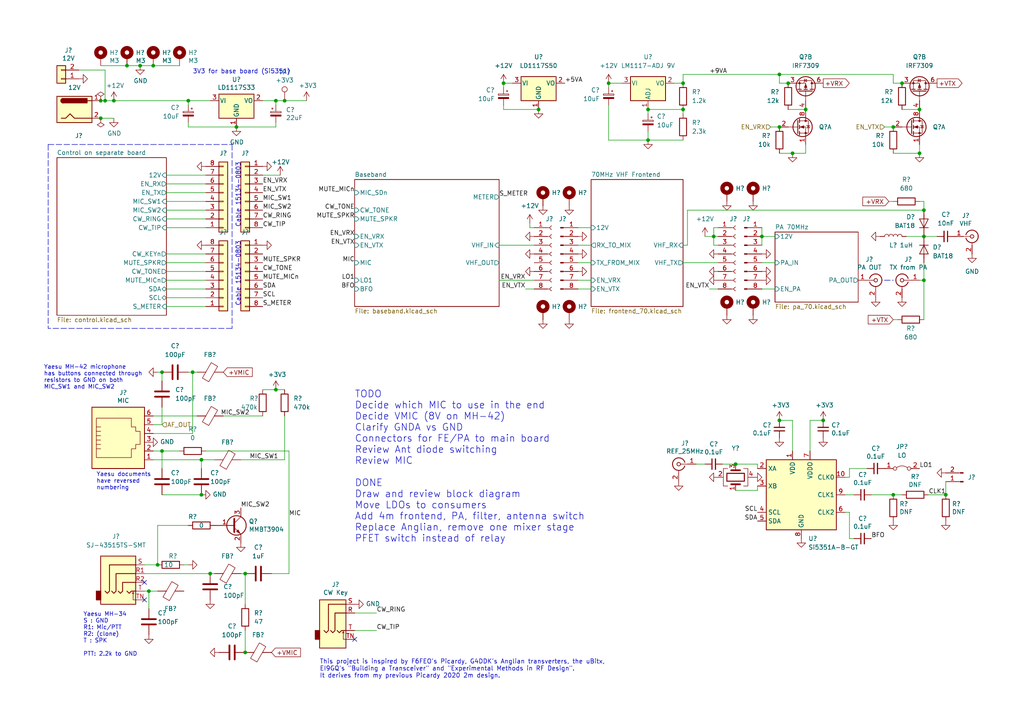
<source format=kicad_sch>
(kicad_sch (version 20211123) (generator eeschema)

  (uuid 7c83c304-769a-4be4-890e-297aba22b5b9)

  (paper "A4")

  (title_block
    (title "DART-70 TRX")
    (date "2023-01-22")
    (rev "0")
    (company "HB9EGM")
    (comment 1 "A 4m Band SSB/CW Transceiver")
  )

  

  (junction (at 29.21 29.21) (diameter 0) (color 0 0 0 0)
    (uuid 0a082e3d-5a37-45bf-9936-1925b33d6b4f)
  )
  (junction (at 228.6 24.13) (diameter 0) (color 0 0 0 0)
    (uuid 0d713598-e0d7-4b64-806d-d27b5ae84128)
  )
  (junction (at 259.08 143.51) (diameter 0) (color 0 0 0 0)
    (uuid 11ea7b85-b26d-4a7d-aaed-956352284452)
  )
  (junction (at 40.64 19.05) (diameter 0) (color 0 0 0 0)
    (uuid 130d74aa-cfde-4c45-8bfe-183aacd4590f)
  )
  (junction (at 266.7 44.45) (diameter 0) (color 0 0 0 0)
    (uuid 1379c036-b3e0-455b-b639-0f5dd015d03b)
  )
  (junction (at 198.12 24.13) (diameter 0) (color 0 0 0 0)
    (uuid 13b9a948-b29a-4475-8f42-f20ed3ed1c6a)
  )
  (junction (at 80.01 29.21) (diameter 0) (color 0 0 0 0)
    (uuid 1c29ab88-8089-4a9f-b0ec-e0493fb70d1a)
  )
  (junction (at 33.02 29.21) (diameter 0) (color 0 0 0 0)
    (uuid 1fa90692-7773-42d6-8ba8-8ed55432226b)
  )
  (junction (at 30.48 29.21) (diameter 0) (color 0 0 0 0)
    (uuid 248900dc-9b0b-4fb0-8b44-20e56324d88d)
  )
  (junction (at 29.21 34.29) (diameter 0) (color 0 0 0 0)
    (uuid 2bb5e7ab-7e6e-4e4b-8997-824caea277e9)
  )
  (junction (at 226.06 36.83) (diameter 0) (color 0 0 0 0)
    (uuid 2c691037-8de1-4537-a0ef-41ed59613839)
  )
  (junction (at 187.96 31.75) (diameter 0) (color 0 0 0 0)
    (uuid 398ec90b-61af-4d36-9539-63397d126e21)
  )
  (junction (at 46.99 107.95) (diameter 0) (color 0 0 0 0)
    (uuid 3a352c98-bacc-4de9-b04f-12a570c55e7e)
  )
  (junction (at 226.06 121.92) (diameter 0) (color 0 0 0 0)
    (uuid 3c03082b-2981-4df2-bc33-6ce03d4158b2)
  )
  (junction (at 238.76 121.92) (diameter 0) (color 0 0 0 0)
    (uuid 4049e650-6035-45af-a547-48a992b127be)
  )
  (junction (at 198.12 31.75) (diameter 0) (color 0 0 0 0)
    (uuid 4242ccf2-3c4d-4a22-8247-2311c54121ff)
  )
  (junction (at 267.97 68.58) (diameter 0) (color 0 0 0 0)
    (uuid 43df9b13-487d-4795-8053-4ad8b2cbb873)
  )
  (junction (at 226.06 21.59) (diameter 0) (color 0 0 0 0)
    (uuid 4750ee37-26c3-426a-a03a-0a50ee4de791)
  )
  (junction (at 36.83 19.05) (diameter 0) (color 0 0 0 0)
    (uuid 48d3528f-d200-4dbf-87c6-2835721afb0e)
  )
  (junction (at 54.61 29.21) (diameter 0) (color 0 0 0 0)
    (uuid 547281cc-eb15-43de-9560-1b10e39a19ed)
  )
  (junction (at 233.68 31.75) (diameter 0) (color 0 0 0 0)
    (uuid 5591956a-807b-4208-83a4-6327422e118a)
  )
  (junction (at 45.72 163.83) (diameter 0) (color 0 0 0 0)
    (uuid 5cc7d9f6-bcf8-4ce3-a388-e95342b89483)
  )
  (junction (at 58.42 143.51) (diameter 0) (color 0 0 0 0)
    (uuid 5f16047e-d7f2-44df-91df-e15736d13183)
  )
  (junction (at 55.88 107.95) (diameter 0) (color 0 0 0 0)
    (uuid 6f9ba8f4-4730-4205-80c6-47b34563fe7f)
  )
  (junction (at 58.42 133.35) (diameter 0) (color 0 0 0 0)
    (uuid 7601a94d-f38d-46fb-aa81-cd83d1f218d5)
  )
  (junction (at 80.01 113.03) (diameter 0) (color 0 0 0 0)
    (uuid 8d8cf083-aaf0-416e-8995-e1f2e633279c)
  )
  (junction (at 259.08 36.83) (diameter 0) (color 0 0 0 0)
    (uuid 906f16af-3f1b-4545-bda0-18ebce89ce96)
  )
  (junction (at 146.05 24.13) (diameter 0) (color 0 0 0 0)
    (uuid 91bb5e66-90e9-4aff-b233-5b8d53e4ad1c)
  )
  (junction (at 46.99 130.81) (diameter 0) (color 0 0 0 0)
    (uuid 95e22508-446f-42b3-8914-857b72c3e085)
  )
  (junction (at 267.97 60.96) (diameter 0) (color 0 0 0 0)
    (uuid 97793736-d570-4f2c-8a66-106f7d23b4a8)
  )
  (junction (at 242.57 -71.12) (diameter 0) (color 0 0 0 0)
    (uuid 9a3fa19c-537d-4296-bb63-989030ca8dd5)
  )
  (junction (at 176.53 24.13) (diameter 0) (color 0 0 0 0)
    (uuid a01cdcc4-8ed1-4b36-8702-1b68481a60d9)
  )
  (junction (at 71.12 189.23) (diameter 0) (color 0 0 0 0)
    (uuid a063f253-da0c-4fe6-9200-a1aeca8226ac)
  )
  (junction (at 187.96 40.64) (diameter 0) (color 0 0 0 0)
    (uuid a13e5fb2-5800-4421-9e39-63277f01a71d)
  )
  (junction (at 82.55 29.21) (diameter 0) (color 0 0 0 0)
    (uuid a99cd17b-9938-46df-92bb-88378a42ecd6)
  )
  (junction (at 274.32 143.51) (diameter 0) (color 0 0 0 0)
    (uuid a9fed849-c0d2-45ff-802c-7da3e4c52c0a)
  )
  (junction (at 232.41 -63.5) (diameter 0) (color 0 0 0 0)
    (uuid aeb1da01-4a44-4c30-b05f-9cec7ebba856)
  )
  (junction (at 68.58 36.83) (diameter 0) (color 0 0 0 0)
    (uuid b0c265f7-c716-45d5-8397-630db4d2cf65)
  )
  (junction (at 242.57 -58.42) (diameter 0) (color 0 0 0 0)
    (uuid b80a4902-9741-47e8-9dca-09d8045e2d8b)
  )
  (junction (at 229.87 44.45) (diameter 0) (color 0 0 0 0)
    (uuid d26d0a63-c69d-4774-9fba-12ed686b99f6)
  )
  (junction (at 44.45 19.05) (diameter 0) (color 0 0 0 0)
    (uuid d4b4dbc7-e763-47b2-a6cb-b5c021db8bcc)
  )
  (junction (at 43.18 171.45) (diameter 0) (color 0 0 0 0)
    (uuid d4c3f5bf-47cb-4030-92b0-bec21d62f389)
  )
  (junction (at 261.62 24.13) (diameter 0) (color 0 0 0 0)
    (uuid d531b677-92b2-4589-8265-ffb9f0a9f471)
  )
  (junction (at 60.96 166.37) (diameter 0) (color 0 0 0 0)
    (uuid d7ecc3d2-2b6e-4e36-92b9-1b58fb257359)
  )
  (junction (at 71.12 166.37) (diameter 0) (color 0 0 0 0)
    (uuid d9abc64c-b691-4ece-b128-4f1d7b31754f)
  )
  (junction (at 267.97 81.28) (diameter 0) (color 0 0 0 0)
    (uuid e2d3e851-e172-407b-bae2-5f89da65f833)
  )
  (junction (at 220.98 68.58) (diameter 0) (color 0 0 0 0)
    (uuid e4e1f9d9-3c4f-40b9-b469-d4aa31f8fa0b)
  )
  (junction (at 266.7 31.75) (diameter 0) (color 0 0 0 0)
    (uuid eeabe6f1-2db7-4eed-bd0c-6e41b390284d)
  )
  (junction (at 156.21 31.75) (diameter 0) (color 0 0 0 0)
    (uuid f74be2ca-c140-4c85-937a-a008e4f4ddb7)
  )
  (junction (at 213.36 134.62) (diameter 0) (color 0 0 0 0)
    (uuid f8c9e2c3-818f-482b-ad48-f9fb56a455b0)
  )
  (junction (at 238.76 -43.18) (diameter 0) (color 0 0 0 0)
    (uuid fce80799-beee-488e-8575-c5bbc1daac9f)
  )
  (junction (at 207.01 68.58) (diameter 0) (color 0 0 0 0)
    (uuid fe103db2-cb49-496f-a97e-9e6a1288beb5)
  )

  (no_connect (at 41.91 173.99) (uuid 891b06d0-7775-40c2-8d16-5452402b91d5))
  (no_connect (at 102.87 185.42) (uuid 9e56fb84-5b0b-47eb-9ee7-e24e7c08829b))
  (no_connect (at 41.91 168.91) (uuid b2135387-8c57-44ac-8ab3-29b54b43f871))

  (polyline (pts (xy 256.54 81.28) (xy 259.08 81.28))
    (stroke (width 0) (type default) (color 0 0 0 0))
    (uuid 0001e022-bec2-4d62-9a4d-7f842d1f79be)
  )

  (wire (pts (xy 29.21 34.29) (xy 33.02 34.29))
    (stroke (width 0) (type default) (color 0 0 0 0))
    (uuid 002154dd-fd21-426e-8f51-d82382197384)
  )
  (wire (pts (xy 71.12 166.37) (xy 71.12 175.26))
    (stroke (width 0) (type default) (color 0 0 0 0))
    (uuid 008a59ee-36fb-4f36-a8b0-5cc99b1e8598)
  )
  (wire (pts (xy 220.98 68.58) (xy 224.79 68.58))
    (stroke (width 0) (type default) (color 0 0 0 0))
    (uuid 01ac92ba-5cd1-46c2-8ba4-cce3dbf5bdfe)
  )
  (wire (pts (xy 48.26 60.96) (xy 59.69 60.96))
    (stroke (width 0) (type default) (color 0 0 0 0))
    (uuid 0491d8a8-2f19-4c01-89d7-89dd7ef9e1cb)
  )
  (wire (pts (xy 246.38 138.43) (xy 245.11 138.43))
    (stroke (width 0) (type default) (color 0 0 0 0))
    (uuid 05f6334e-7131-4999-b788-1681af60d6df)
  )
  (wire (pts (xy 204.47 68.58) (xy 207.01 68.58))
    (stroke (width 0) (type default) (color 0 0 0 0))
    (uuid 083f0ed2-b3a6-4099-9652-454220d86a40)
  )
  (wire (pts (xy 167.64 66.04) (xy 171.45 66.04))
    (stroke (width 0) (type default) (color 0 0 0 0))
    (uuid 087385f5-4257-4376-b1f3-18d9f73513a6)
  )
  (wire (pts (xy 144.78 81.28) (xy 154.94 81.28))
    (stroke (width 0) (type default) (color 0 0 0 0))
    (uuid 093571d4-0ca5-4839-b6c5-46bae251e367)
  )
  (wire (pts (xy 146.05 30.48) (xy 146.05 31.75))
    (stroke (width 0) (type default) (color 0 0 0 0))
    (uuid 0a3a19af-7bfa-4df3-9b73-b98420c4a518)
  )
  (wire (pts (xy 36.83 19.05) (xy 40.64 19.05))
    (stroke (width 0) (type default) (color 0 0 0 0))
    (uuid 0aad0e8d-0747-412b-85ac-039bbac4ff5e)
  )
  (wire (pts (xy 266.7 41.91) (xy 266.7 44.45))
    (stroke (width 0) (type default) (color 0 0 0 0))
    (uuid 0b3a2a48-0270-494e-962a-3658a00a0875)
  )
  (wire (pts (xy 144.78 71.12) (xy 154.94 71.12))
    (stroke (width 0) (type default) (color 0 0 0 0))
    (uuid 0c548c29-4675-455c-b4eb-39554b0e0db8)
  )
  (wire (pts (xy 54.61 29.21) (xy 54.61 30.48))
    (stroke (width 0) (type default) (color 0 0 0 0))
    (uuid 11b5652b-07d3-428f-98d5-c354cf3693b1)
  )
  (wire (pts (xy 267.97 58.42) (xy 266.7 58.42))
    (stroke (width 0) (type default) (color 0 0 0 0))
    (uuid 1365db47-3e50-475d-8b7e-e1db17b616fc)
  )
  (wire (pts (xy 46.99 143.51) (xy 58.42 143.51))
    (stroke (width 0) (type default) (color 0 0 0 0))
    (uuid 158ca0e0-4495-40a4-840e-4638a97400e4)
  )
  (wire (pts (xy 146.05 31.75) (xy 156.21 31.75))
    (stroke (width 0) (type default) (color 0 0 0 0))
    (uuid 160e3a4c-588b-4e79-ac75-f98bf80b7e0b)
  )
  (wire (pts (xy 81.28 50.8) (xy 76.2 50.8))
    (stroke (width 0) (type default) (color 0 0 0 0))
    (uuid 16f4aa89-10b3-4c19-aee2-b110182c6854)
  )
  (wire (pts (xy 80.01 29.21) (xy 82.55 29.21))
    (stroke (width 0) (type default) (color 0 0 0 0))
    (uuid 17ba5b19-2b5b-474e-9c14-1c7d35991587)
  )
  (wire (pts (xy 198.12 31.75) (xy 198.12 33.02))
    (stroke (width 0) (type default) (color 0 0 0 0))
    (uuid 17fc291b-23f9-4de7-9168-978b13dcd03c)
  )
  (wire (pts (xy 59.69 130.81) (xy 83.82 130.81))
    (stroke (width 0) (type default) (color 0 0 0 0))
    (uuid 1870983d-2296-4a85-a2a8-dd30e5c443bf)
  )
  (wire (pts (xy 220.98 83.82) (xy 224.79 83.82))
    (stroke (width 0) (type default) (color 0 0 0 0))
    (uuid 19a6b424-c553-4be2-9c2f-6b5d041d6f35)
  )
  (wire (pts (xy 55.88 125.73) (xy 55.88 107.95))
    (stroke (width 0) (type default) (color 0 0 0 0))
    (uuid 1ad0d821-5483-4b76-bc47-be457278eb28)
  )
  (wire (pts (xy 48.26 88.9) (xy 59.69 88.9))
    (stroke (width 0) (type default) (color 0 0 0 0))
    (uuid 1de35109-2490-47e3-8be5-ab22f13c6848)
  )
  (wire (pts (xy 48.26 50.8) (xy 59.69 50.8))
    (stroke (width 0) (type default) (color 0 0 0 0))
    (uuid 1ef50cec-8701-41c9-a796-aac175c3bcb1)
  )
  (wire (pts (xy 180.34 24.13) (xy 176.53 24.13))
    (stroke (width 0) (type default) (color 0 0 0 0))
    (uuid 2199bdfc-0462-4363-af5e-16d8e19d600a)
  )
  (wire (pts (xy 44.45 120.65) (xy 57.15 120.65))
    (stroke (width 0) (type default) (color 0 0 0 0))
    (uuid 21a31168-6a32-465e-90c5-7054c3746336)
  )
  (wire (pts (xy 207.01 68.58) (xy 207.01 66.04))
    (stroke (width 0) (type default) (color 0 0 0 0))
    (uuid 22dcd381-de7e-4770-b1fc-5b1585b1e01c)
  )
  (wire (pts (xy 152.4 83.82) (xy 154.94 83.82))
    (stroke (width 0) (type default) (color 0 0 0 0))
    (uuid 257ea06f-4fb4-4041-9548-2259364176a6)
  )
  (wire (pts (xy 46.99 130.81) (xy 46.99 135.89))
    (stroke (width 0) (type default) (color 0 0 0 0))
    (uuid 25a98035-fb8e-4ac6-96f3-8f8f72a02b43)
  )
  (wire (pts (xy 54.61 29.21) (xy 60.96 29.21))
    (stroke (width 0) (type default) (color 0 0 0 0))
    (uuid 28eca374-9b5c-4480-a1a6-52ddcbb57db2)
  )
  (wire (pts (xy 245.11 143.51) (xy 247.65 143.51))
    (stroke (width 0) (type default) (color 0 0 0 0))
    (uuid 2a86319a-5a94-4745-ad80-6b5c02f72e82)
  )
  (polyline (pts (xy 67.31 41.91) (xy 67.31 95.25))
    (stroke (width 0) (type default) (color 0 0 0 0))
    (uuid 2df6f517-3da3-4761-bd39-ad71c01eb424)
  )

  (wire (pts (xy 205.74 83.82) (xy 208.28 83.82))
    (stroke (width 0) (type default) (color 0 0 0 0))
    (uuid 2e8990ed-fee4-46e0-a5d6-572eb84d7bbe)
  )
  (wire (pts (xy 267.97 81.28) (xy 267.97 92.71))
    (stroke (width 0) (type default) (color 0 0 0 0))
    (uuid 2fc55029-8596-42f8-a5b7-345105f5a387)
  )
  (wire (pts (xy 187.96 40.64) (xy 198.12 40.64))
    (stroke (width 0) (type default) (color 0 0 0 0))
    (uuid 33f01d9a-6abc-40a9-9b6b-d34bddbf731f)
  )
  (wire (pts (xy 256.54 36.83) (xy 259.08 36.83))
    (stroke (width 0) (type default) (color 0 0 0 0))
    (uuid 345987da-5aa5-4c5e-90e1-ddf0086ed5fb)
  )
  (wire (pts (xy 64.77 120.65) (xy 76.2 120.65))
    (stroke (width 0) (type default) (color 0 0 0 0))
    (uuid 3bf35dfb-9b64-4dae-8540-7e454b1642f9)
  )
  (wire (pts (xy 55.88 107.95) (xy 54.61 107.95))
    (stroke (width 0) (type default) (color 0 0 0 0))
    (uuid 3c9f429a-ce9e-402f-b88c-b98ad5992603)
  )
  (wire (pts (xy 153.67 64.77) (xy 153.67 66.04))
    (stroke (width 0) (type default) (color 0 0 0 0))
    (uuid 3e9b82a4-d9cb-49e4-825f-83213cf846fe)
  )
  (wire (pts (xy 262.89 68.58) (xy 267.97 68.58))
    (stroke (width 0) (type default) (color 0 0 0 0))
    (uuid 3eb66799-e8b0-416b-a9e5-17fd18188e1b)
  )
  (wire (pts (xy 48.26 53.34) (xy 59.69 53.34))
    (stroke (width 0) (type default) (color 0 0 0 0))
    (uuid 3f726201-a2b0-494c-bb67-0bed26cc560f)
  )
  (wire (pts (xy 55.88 107.95) (xy 57.15 107.95))
    (stroke (width 0) (type default) (color 0 0 0 0))
    (uuid 434a04ca-5f35-4180-ace6-acf8d38aeef3)
  )
  (wire (pts (xy 195.58 24.13) (xy 198.12 24.13))
    (stroke (width 0) (type default) (color 0 0 0 0))
    (uuid 4435e8ff-b63e-4b32-81db-49caa0dd6c5f)
  )
  (wire (pts (xy 48.26 55.88) (xy 59.69 55.88))
    (stroke (width 0) (type default) (color 0 0 0 0))
    (uuid 475d7116-2e26-4a72-942e-766ab472ca0d)
  )
  (wire (pts (xy 198.12 21.59) (xy 198.12 24.13))
    (stroke (width 0) (type default) (color 0 0 0 0))
    (uuid 4c57c394-f97c-4a0b-80d4-0b5157781c3b)
  )
  (wire (pts (xy 199.39 60.96) (xy 267.97 60.96))
    (stroke (width 0) (type default) (color 0 0 0 0))
    (uuid 4cb05072-e4ec-4ace-9793-ec8663b33a48)
  )
  (wire (pts (xy 261.62 31.75) (xy 266.7 31.75))
    (stroke (width 0) (type default) (color 0 0 0 0))
    (uuid 4d5acc98-17ff-4e60-af52-349a1269dddf)
  )
  (wire (pts (xy 254 -58.42) (xy 254 -68.58))
    (stroke (width 0) (type default) (color 0 0 0 0))
    (uuid 51a3f919-4f6b-4c1a-9e4b-219d7ae9f12e)
  )
  (wire (pts (xy 220.98 66.04) (xy 220.98 68.58))
    (stroke (width 0) (type default) (color 0 0 0 0))
    (uuid 51ff27b9-f9f9-45f2-b9f3-2b930513405d)
  )
  (wire (pts (xy 167.64 81.28) (xy 171.45 81.28))
    (stroke (width 0) (type default) (color 0 0 0 0))
    (uuid 52d9d6dd-4266-418b-bf9a-446977053e6f)
  )
  (wire (pts (xy 266.7 81.28) (xy 267.97 81.28))
    (stroke (width 0) (type default) (color 0 0 0 0))
    (uuid 566a1dfd-871f-4bc8-98fc-32631eb16c5b)
  )
  (wire (pts (xy 48.26 78.74) (xy 59.69 78.74))
    (stroke (width 0) (type default) (color 0 0 0 0))
    (uuid 56cb3f92-2c0e-42ee-84b9-de64810b5c8d)
  )
  (wire (pts (xy 29.21 19.05) (xy 36.83 19.05))
    (stroke (width 0) (type default) (color 0 0 0 0))
    (uuid 579d81c4-8fa6-40d5-b99a-d160787b45b9)
  )
  (wire (pts (xy 80.01 113.03) (xy 76.2 113.03))
    (stroke (width 0) (type default) (color 0 0 0 0))
    (uuid 5ce79a04-245c-4090-bc67-097c17a5dc6e)
  )
  (wire (pts (xy 259.08 21.59) (xy 226.06 21.59))
    (stroke (width 0) (type default) (color 0 0 0 0))
    (uuid 5ea05504-bb96-4847-90cf-26cb1afd4244)
  )
  (wire (pts (xy 33.02 29.21) (xy 54.61 29.21))
    (stroke (width 0) (type default) (color 0 0 0 0))
    (uuid 6465c817-6f2e-4e62-ac9d-f9a1d93df9e1)
  )
  (wire (pts (xy 251.46 135.89) (xy 246.38 135.89))
    (stroke (width 0) (type default) (color 0 0 0 0))
    (uuid 64e90390-0f4c-4cc1-bafa-363ce23516e9)
  )
  (wire (pts (xy 46.99 130.81) (xy 52.07 130.81))
    (stroke (width 0) (type default) (color 0 0 0 0))
    (uuid 6528e072-e372-41fe-aa77-610053232b9e)
  )
  (wire (pts (xy 264.16 -64.77) (xy 264.16 -58.42))
    (stroke (width 0) (type default) (color 0 0 0 0))
    (uuid 65756912-fb86-4307-8753-f20d3967afa2)
  )
  (wire (pts (xy 246.38 156.21) (xy 246.38 148.59))
    (stroke (width 0) (type default) (color 0 0 0 0))
    (uuid 65dd0601-a23d-4c5d-b924-966fc498cbfc)
  )
  (wire (pts (xy 259.08 92.71) (xy 260.35 92.71))
    (stroke (width 0) (type default) (color 0 0 0 0))
    (uuid 65fd1318-4897-4656-baf4-cc1aa4efc50e)
  )
  (wire (pts (xy 233.68 44.45) (xy 229.87 44.45))
    (stroke (width 0) (type default) (color 0 0 0 0))
    (uuid 67fd7240-7a2e-4504-8c70-47b3112c634e)
  )
  (wire (pts (xy 246.38 148.59) (xy 245.11 148.59))
    (stroke (width 0) (type default) (color 0 0 0 0))
    (uuid 699bee8c-8bc3-4aa6-b4ed-0aa4d255078a)
  )
  (wire (pts (xy 234.95 121.92) (xy 234.95 130.81))
    (stroke (width 0) (type default) (color 0 0 0 0))
    (uuid 6b09c60c-c53b-47dd-b8b8-94f682cd2086)
  )
  (wire (pts (xy 48.26 81.28) (xy 59.69 81.28))
    (stroke (width 0) (type default) (color 0 0 0 0))
    (uuid 6c2583d2-6254-4856-a6b8-160d5f6a3f99)
  )
  (wire (pts (xy 207.01 71.12) (xy 207.01 68.58))
    (stroke (width 0) (type default) (color 0 0 0 0))
    (uuid 71e59ea6-1d95-41dd-aaff-b947e8d6629b)
  )
  (wire (pts (xy 43.18 171.45) (xy 45.72 171.45))
    (stroke (width 0) (type default) (color 0 0 0 0))
    (uuid 735e33ba-0601-4acb-983d-1656020ec14e)
  )
  (wire (pts (xy 259.08 24.13) (xy 261.62 24.13))
    (stroke (width 0) (type default) (color 0 0 0 0))
    (uuid 73697aae-1f79-401a-bdaa-9ebc2f2340de)
  )
  (wire (pts (xy 146.05 24.13) (xy 146.05 25.4))
    (stroke (width 0) (type default) (color 0 0 0 0))
    (uuid 7471700d-9a5d-406e-b9fc-bdeed49379fa)
  )
  (wire (pts (xy 30.48 29.21) (xy 33.02 29.21))
    (stroke (width 0) (type default) (color 0 0 0 0))
    (uuid 74760d5b-303c-4603-ac2e-6b5209546581)
  )
  (wire (pts (xy 167.64 76.2) (xy 171.45 76.2))
    (stroke (width 0) (type default) (color 0 0 0 0))
    (uuid 7887f659-7796-4d20-b8ec-45fe37db4d3b)
  )
  (wire (pts (xy 83.82 166.37) (xy 83.82 130.81))
    (stroke (width 0) (type default) (color 0 0 0 0))
    (uuid 797fc097-40b2-4b52-9419-f36210a6f13e)
  )
  (wire (pts (xy 22.86 20.32) (xy 30.48 20.32))
    (stroke (width 0) (type default) (color 0 0 0 0))
    (uuid 79aced1b-30d4-4883-86bf-8a38d664736a)
  )
  (wire (pts (xy 252.73 143.51) (xy 259.08 143.51))
    (stroke (width 0) (type default) (color 0 0 0 0))
    (uuid 7d4200e5-e280-4699-af56-048ba84247d3)
  )
  (wire (pts (xy 46.99 118.11) (xy 46.99 123.19))
    (stroke (width 0) (type default) (color 0 0 0 0))
    (uuid 7d8f59be-6dad-44f9-9b4e-0c7978f1e30d)
  )
  (wire (pts (xy 46.99 107.95) (xy 45.72 107.95))
    (stroke (width 0) (type default) (color 0 0 0 0))
    (uuid 7db46f4d-dc81-45cb-a2f4-20f1f9739ff2)
  )
  (wire (pts (xy 62.23 166.37) (xy 60.96 166.37))
    (stroke (width 0) (type default) (color 0 0 0 0))
    (uuid 7fcd6903-4017-464e-a708-1e51b67dd39f)
  )
  (wire (pts (xy 259.08 58.42) (xy 257.81 58.42))
    (stroke (width 0) (type default) (color 0 0 0 0))
    (uuid 8025fc94-e615-4b56-8bf2-4787b89136f5)
  )
  (wire (pts (xy 198.12 76.2) (xy 208.28 76.2))
    (stroke (width 0) (type default) (color 0 0 0 0))
    (uuid 80c9eaaa-abb4-4304-825a-1964608b4c6b)
  )
  (wire (pts (xy 153.67 66.04) (xy 154.94 66.04))
    (stroke (width 0) (type default) (color 0 0 0 0))
    (uuid 814385ff-48a3-478a-9a33-47cb468f9486)
  )
  (polyline (pts (xy 13.97 41.91) (xy 13.97 95.25))
    (stroke (width 0) (type default) (color 0 0 0 0))
    (uuid 834eed63-98bc-4692-be8a-6868d5c838d4)
  )

  (wire (pts (xy 48.26 66.04) (xy 59.69 66.04))
    (stroke (width 0) (type default) (color 0 0 0 0))
    (uuid 836458d9-8a3b-4d53-aaf1-9cc6ec2305f2)
  )
  (wire (pts (xy 229.87 44.45) (xy 226.06 44.45))
    (stroke (width 0) (type default) (color 0 0 0 0))
    (uuid 86c60f4b-4421-4865-beff-ed93adca8ac2)
  )
  (wire (pts (xy 58.42 133.35) (xy 62.23 133.35))
    (stroke (width 0) (type default) (color 0 0 0 0))
    (uuid 87f516d2-d735-4581-8e73-4e729efd87ba)
  )
  (wire (pts (xy 69.85 133.35) (xy 82.55 133.35))
    (stroke (width 0) (type default) (color 0 0 0 0))
    (uuid 8b538a9f-9402-415e-ad6a-b4f61953dc74)
  )
  (wire (pts (xy 48.26 86.36) (xy 59.69 86.36))
    (stroke (width 0) (type default) (color 0 0 0 0))
    (uuid 8c8438c2-dfb5-4131-857c-1ad8997220ea)
  )
  (wire (pts (xy 247.65 156.21) (xy 246.38 156.21))
    (stroke (width 0) (type default) (color 0 0 0 0))
    (uuid 8e0abe23-8e7e-48a9-af11-f26197bd8fbf)
  )
  (wire (pts (xy 44.45 125.73) (xy 55.88 125.73))
    (stroke (width 0) (type default) (color 0 0 0 0))
    (uuid 8f3b97a5-e26f-412d-826e-78bbaa8f51aa)
  )
  (wire (pts (xy 176.53 30.48) (xy 176.53 40.64))
    (stroke (width 0) (type default) (color 0 0 0 0))
    (uuid 8f5c2a3a-b2da-434e-8810-9da52a5e413a)
  )
  (wire (pts (xy 71.12 182.88) (xy 71.12 189.23))
    (stroke (width 0) (type default) (color 0 0 0 0))
    (uuid 91c438b1-678d-4a85-be0e-771bfbc58931)
  )
  (wire (pts (xy 228.6 31.75) (xy 233.68 31.75))
    (stroke (width 0) (type default) (color 0 0 0 0))
    (uuid 92dfb53a-5556-47b1-8088-214aebbc803d)
  )
  (wire (pts (xy 46.99 107.95) (xy 46.99 110.49))
    (stroke (width 0) (type default) (color 0 0 0 0))
    (uuid 93047e1e-286b-4665-a58a-4865955ff500)
  )
  (wire (pts (xy 207.01 66.04) (xy 208.28 66.04))
    (stroke (width 0) (type default) (color 0 0 0 0))
    (uuid 9991203b-a07d-48db-9b05-ed716414c92f)
  )
  (wire (pts (xy 54.61 35.56) (xy 54.61 36.83))
    (stroke (width 0) (type default) (color 0 0 0 0))
    (uuid 99f8394d-1325-4f0e-9ed0-19dceab6e1f9)
  )
  (wire (pts (xy 242.57 -58.42) (xy 238.76 -58.42))
    (stroke (width 0) (type default) (color 0 0 0 0))
    (uuid 9c52eb74-b8c8-4100-b844-c9be7c6d511d)
  )
  (wire (pts (xy 238.76 -43.18) (xy 238.76 -46.99))
    (stroke (width 0) (type default) (color 0 0 0 0))
    (uuid 9c9d09c2-fbb3-42fd-8022-a7107b60bdef)
  )
  (wire (pts (xy 238.76 121.92) (xy 234.95 121.92))
    (stroke (width 0) (type default) (color 0 0 0 0))
    (uuid 9d3a7a2b-8bae-4d82-8634-16a99f57e389)
  )
  (wire (pts (xy 44.45 130.81) (xy 46.99 130.81))
    (stroke (width 0) (type default) (color 0 0 0 0))
    (uuid 9f4d8704-0849-4b98-9b4c-c8bbb0f9f5ce)
  )
  (wire (pts (xy 223.52 36.83) (xy 226.06 36.83))
    (stroke (width 0) (type default) (color 0 0 0 0))
    (uuid a057c374-c462-4764-bd16-2c00eef92afa)
  )
  (wire (pts (xy 242.57 -68.58) (xy 242.57 -71.12))
    (stroke (width 0) (type default) (color 0 0 0 0))
    (uuid a15bb254-7167-427e-9ec3-c4abcf53e5b1)
  )
  (wire (pts (xy 102.87 177.8) (xy 109.22 177.8))
    (stroke (width 0) (type default) (color 0 0 0 0))
    (uuid a1abde39-78d5-402d-bb1c-75243c61d29b)
  )
  (wire (pts (xy 48.26 58.42) (xy 59.69 58.42))
    (stroke (width 0) (type default) (color 0 0 0 0))
    (uuid a2c10dec-c0b0-471a-b75e-c1a8452900c1)
  )
  (wire (pts (xy 220.98 68.58) (xy 220.98 71.12))
    (stroke (width 0) (type default) (color 0 0 0 0))
    (uuid a40b6a6f-dc57-45f8-9beb-e6dbac2dd670)
  )
  (wire (pts (xy 238.76 -54.61) (xy 238.76 -58.42))
    (stroke (width 0) (type default) (color 0 0 0 0))
    (uuid a5d8fc97-d7c1-4797-9d4b-768d4ee7add9)
  )
  (wire (pts (xy 69.85 166.37) (xy 71.12 166.37))
    (stroke (width 0) (type default) (color 0 0 0 0))
    (uuid a5f4f26e-4b82-496f-b7bb-4ed4211f8100)
  )
  (wire (pts (xy 54.61 36.83) (xy 68.58 36.83))
    (stroke (width 0) (type default) (color 0 0 0 0))
    (uuid a69bb6f5-978b-49bb-9446-4ec9cfe4501e)
  )
  (wire (pts (xy 246.38 -43.18) (xy 238.76 -43.18))
    (stroke (width 0) (type default) (color 0 0 0 0))
    (uuid a731f80a-972f-45de-8f8a-42b0b7414eea)
  )
  (wire (pts (xy 259.08 21.59) (xy 259.08 24.13))
    (stroke (width 0) (type default) (color 0 0 0 0))
    (uuid a7349b87-3477-4ba5-bc62-3587f94ab817)
  )
  (wire (pts (xy 267.97 58.42) (xy 267.97 60.96))
    (stroke (width 0) (type default) (color 0 0 0 0))
    (uuid a8465ca8-68f9-4eee-904b-5bbfa483a6ff)
  )
  (wire (pts (xy 43.18 176.53) (xy 43.18 171.45))
    (stroke (width 0) (type default) (color 0 0 0 0))
    (uuid a8d341ec-3332-4d82-8a1f-e52e32f564f1)
  )
  (wire (pts (xy 88.9 29.21) (xy 82.55 29.21))
    (stroke (width 0) (type default) (color 0 0 0 0))
    (uuid a93dd5f3-ded3-42da-9f3d-78740a5a5bff)
  )
  (wire (pts (xy 48.26 83.82) (xy 59.69 83.82))
    (stroke (width 0) (type default) (color 0 0 0 0))
    (uuid ac0ae1b6-d482-4675-aec8-4c2f8c7318db)
  )
  (wire (pts (xy 226.06 21.59) (xy 198.12 21.59))
    (stroke (width 0) (type default) (color 0 0 0 0))
    (uuid ad76707e-1f2e-4941-86a0-50951acd24bc)
  )
  (wire (pts (xy 176.53 40.64) (xy 187.96 40.64))
    (stroke (width 0) (type default) (color 0 0 0 0))
    (uuid aed0a299-8aa6-4a50-b993-c38efe5fdd7a)
  )
  (wire (pts (xy 176.53 24.13) (xy 176.53 25.4))
    (stroke (width 0) (type default) (color 0 0 0 0))
    (uuid b1ea2466-2371-4b96-9289-6c42e0f0b899)
  )
  (wire (pts (xy 208.28 68.58) (xy 207.01 68.58))
    (stroke (width 0) (type default) (color 0 0 0 0))
    (uuid b2567046-fd9d-4b4e-9692-c6e5bb919428)
  )
  (polyline (pts (xy 13.97 41.91) (xy 67.31 41.91))
    (stroke (width 0) (type default) (color 0 0 0 0))
    (uuid b3f67849-c79e-4262-b803-d461d1887604)
  )
  (polyline (pts (xy 67.31 95.25) (xy 13.97 95.25))
    (stroke (width 0) (type default) (color 0 0 0 0))
    (uuid b415a656-e3e5-4629-aa6c-6a23a847c576)
  )

  (wire (pts (xy 266.7 44.45) (xy 259.08 44.45))
    (stroke (width 0) (type default) (color 0 0 0 0))
    (uuid b5cbe891-dcdf-4951-8f0a-b2c28e4293cd)
  )
  (wire (pts (xy 199.39 60.96) (xy 199.39 71.12))
    (stroke (width 0) (type default) (color 0 0 0 0))
    (uuid b7171b4c-eca6-40ec-b421-389a14cba197)
  )
  (wire (pts (xy 48.26 63.5) (xy 59.69 63.5))
    (stroke (width 0) (type default) (color 0 0 0 0))
    (uuid bb13b6c6-7b88-4971-969d-518c0a6e43cc)
  )
  (wire (pts (xy 226.06 24.13) (xy 228.6 24.13))
    (stroke (width 0) (type default) (color 0 0 0 0))
    (uuid bb78f99c-6783-4afe-a661-68817d4180ab)
  )
  (wire (pts (xy 246.38 135.89) (xy 246.38 138.43))
    (stroke (width 0) (type default) (color 0 0 0 0))
    (uuid bcb20d96-4c0e-4c98-a263-0cdd41ab15e5)
  )
  (wire (pts (xy 187.96 38.1) (xy 187.96 40.64))
    (stroke (width 0) (type default) (color 0 0 0 0))
    (uuid bda7a16e-b931-4d51-b769-ff5809beef5f)
  )
  (wire (pts (xy 199.39 71.12) (xy 198.12 71.12))
    (stroke (width 0) (type default) (color 0 0 0 0))
    (uuid be34fe28-91db-4153-a910-bbfafd34e127)
  )
  (wire (pts (xy 41.91 163.83) (xy 45.72 163.83))
    (stroke (width 0) (type default) (color 0 0 0 0))
    (uuid bf7e6467-20df-4f97-b158-e22e9c63a13b)
  )
  (wire (pts (xy 234.95 -63.5) (xy 232.41 -63.5))
    (stroke (width 0) (type default) (color 0 0 0 0))
    (uuid c0a01a64-7d1b-472d-8880-567c93d125ef)
  )
  (wire (pts (xy 229.87 121.92) (xy 229.87 130.81))
    (stroke (width 0) (type default) (color 0 0 0 0))
    (uuid c24d03f2-5bff-4d74-88e5-481cd2f1e035)
  )
  (wire (pts (xy 43.18 171.45) (xy 41.91 171.45))
    (stroke (width 0) (type default) (color 0 0 0 0))
    (uuid c2bffc4c-3205-4eb4-b359-339ae5964aa6)
  )
  (wire (pts (xy 269.24 -60.96) (xy 269.24 -58.42))
    (stroke (width 0) (type default) (color 0 0 0 0))
    (uuid c353b884-bf6e-4195-82d9-6e347a13f8f2)
  )
  (wire (pts (xy 41.91 166.37) (xy 60.96 166.37))
    (stroke (width 0) (type default) (color 0 0 0 0))
    (uuid c36a02cf-e3ab-41a0-a53f-62781e2f4d5a)
  )
  (wire (pts (xy 274.32 143.51) (xy 274.32 139.7))
    (stroke (width 0) (type default) (color 0 0 0 0))
    (uuid c48e879f-0b64-4f86-a8cf-003dbff29c4e)
  )
  (wire (pts (xy 82.55 113.03) (xy 80.01 113.03))
    (stroke (width 0) (type default) (color 0 0 0 0))
    (uuid c61ce38f-16a2-4f9d-a5dc-c559fb6d9c70)
  )
  (wire (pts (xy 261.62 143.51) (xy 259.08 143.51))
    (stroke (width 0) (type default) (color 0 0 0 0))
    (uuid cbbfb5e5-7e85-4367-b6a7-9b21fc6d9e17)
  )
  (wire (pts (xy 213.36 142.24) (xy 219.71 142.24))
    (stroke (width 0) (type default) (color 0 0 0 0))
    (uuid cc89f37d-2221-4ee8-a763-21432c733f93)
  )
  (wire (pts (xy 76.2 29.21) (xy 80.01 29.21))
    (stroke (width 0) (type default) (color 0 0 0 0))
    (uuid cdc3b2bb-9f60-476c-ac94-bf550b6e7b5e)
  )
  (wire (pts (xy 233.68 41.91) (xy 233.68 44.45))
    (stroke (width 0) (type default) (color 0 0 0 0))
    (uuid cdf8245b-2e03-441d-8536-8e14a3d0d2ff)
  )
  (wire (pts (xy 226.06 121.92) (xy 229.87 121.92))
    (stroke (width 0) (type default) (color 0 0 0 0))
    (uuid ceb52c7a-a12c-449a-be98-109b3a3bd409)
  )
  (wire (pts (xy 29.21 29.21) (xy 30.48 29.21))
    (stroke (width 0) (type default) (color 0 0 0 0))
    (uuid d18620ef-44b4-47e8-b939-bb0398e91c85)
  )
  (wire (pts (xy 54.61 152.4) (xy 45.72 152.4))
    (stroke (width 0) (type default) (color 0 0 0 0))
    (uuid d1ce4cd2-0109-47a9-93f8-38c475604c2d)
  )
  (wire (pts (xy 78.74 166.37) (xy 83.82 166.37))
    (stroke (width 0) (type default) (color 0 0 0 0))
    (uuid d3155823-164e-414b-a9b1-daa66df8bb6f)
  )
  (wire (pts (xy 208.28 71.12) (xy 207.01 71.12))
    (stroke (width 0) (type default) (color 0 0 0 0))
    (uuid d4867c18-2716-4853-ab72-4df6a9980642)
  )
  (wire (pts (xy 219.71 134.62) (xy 219.71 135.89))
    (stroke (width 0) (type default) (color 0 0 0 0))
    (uuid d51dda35-7a1a-4d41-817a-7bb1f7f6ffd4)
  )
  (wire (pts (xy 40.64 19.05) (xy 44.45 19.05))
    (stroke (width 0) (type default) (color 0 0 0 0))
    (uuid d5d26400-826e-40a5-a7b1-6a9ebbaedfb4)
  )
  (wire (pts (xy 271.78 68.58) (xy 267.97 68.58))
    (stroke (width 0) (type default) (color 0 0 0 0))
    (uuid d62cfc4c-5e25-471a-be1e-d5cbaecce182)
  )
  (wire (pts (xy 48.26 76.2) (xy 59.69 76.2))
    (stroke (width 0) (type default) (color 0 0 0 0))
    (uuid d7523127-343f-4298-b5c8-80c9ba468cc7)
  )
  (wire (pts (xy 229.87 -63.5) (xy 232.41 -63.5))
    (stroke (width 0) (type default) (color 0 0 0 0))
    (uuid d77b5383-1057-41f7-a864-97b50dcdeb67)
  )
  (wire (pts (xy 44.45 133.35) (xy 58.42 133.35))
    (stroke (width 0) (type default) (color 0 0 0 0))
    (uuid d930fc96-8b75-40b5-9ee9-57e99b4b1e79)
  )
  (wire (pts (xy 246.38 -58.42) (xy 242.57 -58.42))
    (stroke (width 0) (type default) (color 0 0 0 0))
    (uuid db017b0a-0353-497a-a563-8390daa5d431)
  )
  (wire (pts (xy 48.26 73.66) (xy 59.69 73.66))
    (stroke (width 0) (type default) (color 0 0 0 0))
    (uuid dc5747ab-76be-4b9c-9c8e-2d26c29683ce)
  )
  (wire (pts (xy 146.05 24.13) (xy 148.59 24.13))
    (stroke (width 0) (type default) (color 0 0 0 0))
    (uuid dd927172-6a9a-406f-a951-4e7f78cebb7b)
  )
  (wire (pts (xy 82.55 133.35) (xy 82.55 120.65))
    (stroke (width 0) (type default) (color 0 0 0 0))
    (uuid df575995-d075-4197-ae4c-3185311de64f)
  )
  (wire (pts (xy 44.45 19.05) (xy 52.07 19.05))
    (stroke (width 0) (type default) (color 0 0 0 0))
    (uuid dfd58d9e-0c03-4a20-9983-0d32c26093d8)
  )
  (wire (pts (xy 58.42 133.35) (xy 58.42 135.89))
    (stroke (width 0) (type default) (color 0 0 0 0))
    (uuid e0e72379-6e51-47d2-a002-fae952c661a9)
  )
  (wire (pts (xy 68.58 36.83) (xy 80.01 36.83))
    (stroke (width 0) (type default) (color 0 0 0 0))
    (uuid e264f0d9-6386-4838-a810-81df8032f681)
  )
  (wire (pts (xy 30.48 20.32) (xy 30.48 29.21))
    (stroke (width 0) (type default) (color 0 0 0 0))
    (uuid e49f1b40-a83b-4b72-93d7-dd44349357c4)
  )
  (wire (pts (xy 102.87 182.88) (xy 109.22 182.88))
    (stroke (width 0) (type default) (color 0 0 0 0))
    (uuid e7ac32f0-5e71-4c65-ac6f-730f4731f5f7)
  )
  (wire (pts (xy 274.32 143.51) (xy 269.24 143.51))
    (stroke (width 0) (type default) (color 0 0 0 0))
    (uuid ea6f4611-7eac-4b21-b232-fff65a738b95)
  )
  (wire (pts (xy 209.55 134.62) (xy 213.36 134.62))
    (stroke (width 0) (type default) (color 0 0 0 0))
    (uuid ea97e745-2bac-4983-a78b-499e0f8d7b6d)
  )
  (wire (pts (xy 242.57 -71.12) (xy 232.41 -71.12))
    (stroke (width 0) (type default) (color 0 0 0 0))
    (uuid eb3550c5-55d7-4b5a-8fbc-509d8db76263)
  )
  (wire (pts (xy 187.96 31.75) (xy 198.12 31.75))
    (stroke (width 0) (type default) (color 0 0 0 0))
    (uuid eb9b3733-e4ec-4731-87f1-5f6fd8f11a68)
  )
  (wire (pts (xy 43.18 128.27) (xy 44.45 128.27))
    (stroke (width 0) (type default) (color 0 0 0 0))
    (uuid ec10280c-9e34-42b3-afb8-448fcc7ca9a8)
  )
  (wire (pts (xy 53.34 163.83) (xy 54.61 163.83))
    (stroke (width 0) (type default) (color 0 0 0 0))
    (uuid ec3f3094-faf1-4e21-bd96-d842704479de)
  )
  (wire (pts (xy 220.98 76.2) (xy 224.79 76.2))
    (stroke (width 0) (type default) (color 0 0 0 0))
    (uuid ec9ab5ce-9c00-44e5-a77e-bb465908cae4)
  )
  (wire (pts (xy 167.64 71.12) (xy 171.45 71.12))
    (stroke (width 0) (type default) (color 0 0 0 0))
    (uuid ecfe8984-0282-4208-8f3d-aa8b3adb9dd8)
  )
  (wire (pts (xy 46.99 123.19) (xy 44.45 123.19))
    (stroke (width 0) (type default) (color 0 0 0 0))
    (uuid ef395171-d5fe-4691-885b-3c26155b5309)
  )
  (wire (pts (xy 45.72 152.4) (xy 45.72 163.83))
    (stroke (width 0) (type default) (color 0 0 0 0))
    (uuid f142e195-1e8c-4d80-b290-cc6d513aa04c)
  )
  (wire (pts (xy 204.47 134.62) (xy 201.93 134.62))
    (stroke (width 0) (type default) (color 0 0 0 0))
    (uuid f38fd353-54b3-403a-9387-7ff36888e6a9)
  )
  (wire (pts (xy 213.36 134.62) (xy 219.71 134.62))
    (stroke (width 0) (type default) (color 0 0 0 0))
    (uuid f7008c47-327e-4961-9c20-bbaf09b0d636)
  )
  (wire (pts (xy 219.71 142.24) (xy 219.71 140.97))
    (stroke (width 0) (type default) (color 0 0 0 0))
    (uuid f841e691-04bf-4057-bcb4-476ba3910c05)
  )
  (wire (pts (xy 167.64 83.82) (xy 171.45 83.82))
    (stroke (width 0) (type default) (color 0 0 0 0))
    (uuid f9b69a05-45f9-4bdb-aa7e-f2da8c731fea)
  )
  (wire (pts (xy 267.97 76.2) (xy 267.97 81.28))
    (stroke (width 0) (type default) (color 0 0 0 0))
    (uuid fa186e4d-5679-4648-97be-d46dd5fe54d1)
  )
  (wire (pts (xy 80.01 35.56) (xy 80.01 36.83))
    (stroke (width 0) (type default) (color 0 0 0 0))
    (uuid fc244ca3-4412-44ac-b1f3-44d00d15b5ac)
  )
  (wire (pts (xy 187.96 31.75) (xy 187.96 33.02))
    (stroke (width 0) (type default) (color 0 0 0 0))
    (uuid fc4a7459-1bb4-4226-8823-ec552cb8417e)
  )
  (wire (pts (xy 226.06 21.59) (xy 226.06 24.13))
    (stroke (width 0) (type default) (color 0 0 0 0))
    (uuid fe8a3f3f-3126-421d-b59c-37217ed6f49c)
  )
  (wire (pts (xy 80.01 29.21) (xy 80.01 30.48))
    (stroke (width 0) (type default) (color 0 0 0 0))
    (uuid ffb99ea8-48c3-486c-94d4-7034e45d57f7)
  )

  (text "Cable 15134-0803" (at 69.85 88.9 90)
    (effects (font (size 1.27 1.27)) (justify left bottom))
    (uuid 0929caf6-d906-41f2-ac17-e9ad4d47086b)
  )
  (text "Yaesu documents\nhave reversed\nnumbering" (at 27.94 142.24 0)
    (effects (font (size 1.1938 1.1938)) (justify left bottom))
    (uuid 678726a0-e1b2-468e-8fc5-d1abab7c4bd5)
  )
  (text "Yaesu MH-34\nS : GND\nR1: Mic/PTT\nR2: (clone)\nT : SPK\n\nPTT: 2.2k to GND"
    (at 24.13 190.5 0)
    (effects (font (size 1.1938 1.1938)) (justify left bottom))
    (uuid aa6d67fe-cd8b-468d-8447-611ba063ffe2)
  )
  (text "TODO\nDecide which MIC to use in the end\nDecide VMIC (8V on MH-42)\nClarify GNDA vs GND\nConnectors for FE/PA to main board\nReview Ant diode switching\nReview MIC\n\nDONE\nDraw and review block diagram\nMove LDOs to consumers\nAdd 4m frontend, PA, filter, antenna switch\nReplace Anglian, remove one mixer stage\nPFET switch instead of relay\n"
    (at 102.87 157.48 0)
    (effects (font (size 2 2)) (justify left bottom))
    (uuid bb2e7fd8-c90d-4499-afb3-dd966ff449a9)
  )
  (text "This project is inspired by F6FEO's Picardy, G4DDK's Anglian transverters, the uBitx,\nEI9GQ's \"Building a Transceiver\" and \"Experimental Methods in RF Design\".\nIt derives from my previous Picardy 2020 2m design."
    (at 92.71 196.85 0)
    (effects (font (size 1.27 1.27)) (justify left bottom))
    (uuid cc99dfff-7e1c-41c9-90b0-50846ceea0a1)
  )
  (text "3V3 for base board (Si5351)" (at 55.88 21.59 0)
    (effects (font (size 1.27 1.27)) (justify left bottom))
    (uuid f4edd5b2-72b4-45e8-b62f-fa9fad300bad)
  )
  (text "Yaesu MH-42 microphone\nhas buttons connected through\nresistors to GND on both\nMIC_SW1 and MIC_SW2"
    (at 12.7 113.03 0)
    (effects (font (size 1.1938 1.1938)) (justify left bottom))
    (uuid f675e6d6-b681-4eab-99eb-37d1d3a7bcff)
  )
  (text "Cable 15134-0803" (at 69.85 66.04 90)
    (effects (font (size 1.27 1.27)) (justify left bottom))
    (uuid f8c7090b-f4e5-4157-b560-7282b4d81d8e)
  )

  (label "+9VA" (at 205.74 21.59 0)
    (effects (font (size 1.27 1.27)) (justify left bottom))
    (uuid 00bb6864-ec12-4888-8ef6-77b5d0147170)
  )
  (label "MUTE_SPKR" (at 102.87 63.5 180)
    (effects (font (size 1.27 1.27)) (justify right bottom))
    (uuid 10ecb4f6-1aa0-4bb6-9292-a41f98c2c4be)
  )
  (label "MUTE_SPKR" (at 76.2 76.2 0)
    (effects (font (size 1.27 1.27)) (justify left bottom))
    (uuid 25d8a29b-1d62-4e5e-838b-90cab71379a3)
  )
  (label "EN_VTX" (at 152.4 83.82 180)
    (effects (font (size 1.27 1.27)) (justify right bottom))
    (uuid 2a1445c0-3ee8-4e0d-b2b5-fefc03020288)
  )
  (label "CLK1" (at 274.32 143.51 180)
    (effects (font (size 1.27 1.27)) (justify right bottom))
    (uuid 37559495-9dfc-4a54-80ee-fad84f20dc2a)
  )
  (label "SCL" (at 76.2 86.36 0)
    (effects (font (size 1.27 1.27)) (justify left bottom))
    (uuid 38bd102f-633a-4953-97ad-13bc577149af)
  )
  (label "SDA" (at 219.71 151.13 180)
    (effects (font (size 1.27 1.27)) (justify right bottom))
    (uuid 3e13cb83-601f-443a-a951-e96035da31e7)
  )
  (label "S_METER" (at 144.78 57.15 0)
    (effects (font (size 1.27 1.27)) (justify left bottom))
    (uuid 42fe334b-1232-42a3-a03d-f75ff3395eed)
  )
  (label "CW_TONE" (at 76.2 78.74 0)
    (effects (font (size 1.27 1.27)) (justify left bottom))
    (uuid 4f38806e-27a2-4e9b-a534-669dcc89990b)
  )
  (label "EN_VRX" (at 76.2 53.34 0)
    (effects (font (size 1.27 1.27)) (justify left bottom))
    (uuid 618621f8-a3f4-49c8-9ea3-607c2df3756e)
  )
  (label "EN_VTX" (at 205.74 83.82 180)
    (effects (font (size 1.27 1.27)) (justify right bottom))
    (uuid 695fa56a-671a-410f-94f3-9b23856076c0)
  )
  (label "MIC_SW1" (at 72.39 133.35 0)
    (effects (font (size 1.27 1.27)) (justify left bottom))
    (uuid 69f8563e-9cea-424e-a185-7fb6e87c8582)
  )
  (label "EN_VTX" (at 102.87 71.12 180)
    (effects (font (size 1.27 1.27)) (justify right bottom))
    (uuid 707270bd-0eb2-4e1d-8637-f82b10fa67aa)
  )
  (label "+5VA" (at 163.83 24.13 0)
    (effects (font (size 1.27 1.27)) (justify left bottom))
    (uuid 7146a789-5824-47bd-a0cc-f2b46bf21cde)
  )
  (label "CW_RING" (at 109.22 177.8 0)
    (effects (font (size 1.27 1.27)) (justify left bottom))
    (uuid 7906f11d-49c0-4b99-b74d-443c82e1ec6a)
  )
  (label "EN_VTX" (at 76.2 55.88 0)
    (effects (font (size 1.27 1.27)) (justify left bottom))
    (uuid 79771a5b-bbc0-45e2-b3e2-33121a4ba792)
  )
  (label "EN_VRX" (at 152.4 81.28 180)
    (effects (font (size 1.27 1.27)) (justify right bottom))
    (uuid 7d379f5c-8657-4fef-9f9e-0c96e27cc75e)
  )
  (label "CW_RING" (at 76.2 63.5 0)
    (effects (font (size 1.27 1.27)) (justify left bottom))
    (uuid 85e987f3-11f0-4e85-9be0-8c79e37e02ec)
  )
  (label "SDA" (at 76.2 83.82 0)
    (effects (font (size 1.27 1.27)) (justify left bottom))
    (uuid 861fa728-ad72-4a0e-81c5-e00ac8e2afd5)
  )
  (label "MIC_SW2" (at 72.39 120.65 180)
    (effects (font (size 1.27 1.27)) (justify right bottom))
    (uuid 88a83db5-8414-4c39-96ef-5c7b1009f1ab)
  )
  (label "MIC_SW2" (at 69.85 147.32 0)
    (effects (font (size 1.27 1.27)) (justify left bottom))
    (uuid 999a6700-22eb-4836-86fc-2c4c3f94e081)
  )
  (label "CW_TIP" (at 76.2 66.04 0)
    (effects (font (size 1.27 1.27)) (justify left bottom))
    (uuid 9d366296-47c6-47a8-b170-ad51354d17b9)
  )
  (label "MIC" (at 83.82 149.86 0)
    (effects (font (size 1.27 1.27)) (justify left bottom))
    (uuid a60b880d-79d5-4af9-b917-73bba79e19a9)
  )
  (label "EN_VRX" (at 102.87 68.58 180)
    (effects (font (size 1.27 1.27)) (justify right bottom))
    (uuid aa00f259-e907-4fdf-a2ba-c826172145af)
  )
  (label "S_METER" (at 76.2 88.9 0)
    (effects (font (size 1.27 1.27)) (justify left bottom))
    (uuid ae9e6037-71e8-40b8-9d18-52132b11e130)
  )
  (label "LO1" (at 266.7 135.89 0)
    (effects (font (size 1.27 1.27)) (justify left bottom))
    (uuid b1685444-7ed2-49f0-840b-5ade5d456940)
  )
  (label "MUTE_MICn" (at 76.2 81.28 0)
    (effects (font (size 1.27 1.27)) (justify left bottom))
    (uuid cb0bacd7-3cb4-4f05-90bb-6eac18befcbf)
  )
  (label "LO1" (at 102.87 81.28 180)
    (effects (font (size 1.27 1.27)) (justify right bottom))
    (uuid cdac41f7-a7f2-4a3f-ba4b-bfc7d7f66152)
  )
  (label "MIC_SW2" (at 76.2 60.96 0)
    (effects (font (size 1.27 1.27)) (justify left bottom))
    (uuid d4fc4299-7395-46ab-8bc2-b5d126564b8e)
  )
  (label "MUTE_MICn" (at 102.87 55.88 180)
    (effects (font (size 1.27 1.27)) (justify right bottom))
    (uuid d60ed7ae-73a7-46d9-a3fc-e90304bfaa02)
  )
  (label "CW_TONE" (at 102.87 60.96 180)
    (effects (font (size 1.27 1.27)) (justify right bottom))
    (uuid ddfb4559-3102-4888-92ae-59fb5a8f9883)
  )
  (label "BFO" (at 252.73 156.21 0)
    (effects (font (size 1.27 1.27)) (justify left bottom))
    (uuid e316d376-2303-43ce-9137-3f0af976260d)
  )
  (label "SCL" (at 219.71 148.59 180)
    (effects (font (size 1.27 1.27)) (justify right bottom))
    (uuid ee4f4482-0e91-4fc6-9eab-f13196efb328)
  )
  (label "MIC_SW1" (at 76.2 58.42 0)
    (effects (font (size 1.27 1.27)) (justify left bottom))
    (uuid efb44686-765b-4fde-b0f9-af4e2f4e3e57)
  )
  (label "CW_TIP" (at 109.22 182.88 0)
    (effects (font (size 1.27 1.27)) (justify left bottom))
    (uuid f1ca34a5-a3cd-4c57-9860-d136a96d83f6)
  )
  (label "BFO" (at 102.87 83.82 180)
    (effects (font (size 1.27 1.27)) (justify right bottom))
    (uuid f9d8824d-4312-4052-b7a4-29b601206a19)
  )
  (label "MIC" (at 102.87 76.2 180)
    (effects (font (size 1.27 1.27)) (justify right bottom))
    (uuid fc7dd153-2384-4fed-a38e-c546af070edf)
  )

  (global_label "+VRX" (shape input) (at 257.81 58.42 180) (fields_autoplaced)
    (effects (font (size 1.27 1.27)) (justify right))
    (uuid 239fb701-4f22-422c-b794-639e7cdebbc8)
    (property "Intersheet References" "${INTERSHEET_REFS}" (id 0) (at 250.2564 58.4994 0)
      (effects (font (size 1.27 1.27)) (justify right) hide)
    )
  )
  (global_label "+VTX" (shape output) (at 271.78 24.13 0) (fields_autoplaced)
    (effects (font (size 1.27 1.27)) (justify left))
    (uuid 5715d411-82bf-4ac6-9f8b-b918cd54b27e)
    (property "Intersheet References" "${INTERSHEET_REFS}" (id 0) (at 279.0312 24.0506 0)
      (effects (font (size 1.27 1.27)) (justify left) hide)
    )
  )
  (global_label "+VMIC" (shape input) (at 78.74 189.23 0) (fields_autoplaced)
    (effects (font (size 1.27 1.27)) (justify left))
    (uuid 68667e15-1a2e-4391-a117-581a147d182a)
    (property "Intersheet References" "${INTERSHEET_REFS}" (id 0) (at 87.1402 189.1506 0)
      (effects (font (size 1.27 1.27)) (justify left) hide)
    )
  )
  (global_label "+VTX" (shape input) (at 259.08 92.71 180) (fields_autoplaced)
    (effects (font (size 1.27 1.27)) (justify right))
    (uuid 8a3322e7-41b1-4e7c-9f46-15730c012cf4)
    (property "Intersheet References" "${INTERSHEET_REFS}" (id 0) (at 251.8288 92.6306 0)
      (effects (font (size 1.27 1.27)) (justify right) hide)
    )
  )
  (global_label "+VRX" (shape output) (at 238.76 24.13 0) (fields_autoplaced)
    (effects (font (size 1.27 1.27)) (justify left))
    (uuid 8e3e968b-49f3-4efb-92bd-f40737515307)
    (property "Intersheet References" "${INTERSHEET_REFS}" (id 0) (at 246.3136 24.0506 0)
      (effects (font (size 1.27 1.27)) (justify left) hide)
    )
  )
  (global_label "+VMIC" (shape input) (at 64.77 107.95 0) (fields_autoplaced)
    (effects (font (size 1.27 1.27)) (justify left))
    (uuid 98dd4f24-a8bf-4a3d-bfc0-54f50892c03d)
    (property "Intersheet References" "${INTERSHEET_REFS}" (id 0) (at 73.1702 107.8706 0)
      (effects (font (size 1.27 1.27)) (justify left) hide)
    )
  )

  (hierarchical_label "AF_OUT" (shape input) (at 46.99 123.19 0)
    (effects (font (size 1.27 1.27)) (justify left))
    (uuid 5632ca6b-9879-45ae-bb09-9e2a0b489f4b)
  )
  (hierarchical_label "EN_VRX" (shape input) (at 223.52 36.83 180)
    (effects (font (size 1.27 1.27)) (justify right))
    (uuid 7df73d1c-bea1-40bc-bd85-23a0ec4a5e64)
  )
  (hierarchical_label "SWITCH_RELAYn" (shape input) (at 214.63 -63.5 180)
    (effects (font (size 1.27 1.27)) (justify right))
    (uuid a1830f45-f348-45e4-b2fb-0eb73dd068b0)
  )
  (hierarchical_label "EN_VTX" (shape input) (at 256.54 36.83 180)
    (effects (font (size 1.27 1.27)) (justify right))
    (uuid ebcb7436-0315-46b9-b837-f901891153ea)
  )

  (symbol (lib_id "Connector:Conn_01x08_Female") (at 213.36 73.66 0) (unit 1)
    (in_bom yes) (on_board yes) (fields_autoplaced)
    (uuid 00018c5e-dc16-4e6c-9b1e-45710afc5920)
    (property "Reference" "J?" (id 0) (at 212.725 63.5 0))
    (property "Value" "FE to PA" (id 1) (at 217.17 53.34 90)
      (effects (font (size 1.27 1.27)) hide)
    )
    (property "Footprint" "Connector_PinHeader_2.54mm:PinHeader_1x08_P2.54mm_Vertical" (id 2) (at 213.36 73.66 0)
      (effects (font (size 1.27 1.27)) hide)
    )
    (property "Datasheet" "~" (id 3) (at 213.36 73.66 0)
      (effects (font (size 1.27 1.27)) hide)
    )
    (pin "1" (uuid 0f85aa37-0fa9-4aff-94fb-61f376aeecf9))
    (pin "2" (uuid 7cf79028-823c-45fe-bc33-fe8d80cff115))
    (pin "3" (uuid 1349cb84-618a-424e-8e31-4615ef799e4d))
    (pin "4" (uuid 34a5d4c1-e4c0-456e-8b14-cfc311b51058))
    (pin "5" (uuid 5b8426d4-20fe-4ee6-9818-2cc7788edeac))
    (pin "6" (uuid 11043473-7044-4dfe-8d0c-c4495d0f1e7a))
    (pin "7" (uuid 648fd39e-0c37-4a2f-8a83-5e3306555dd8))
    (pin "8" (uuid f8d9edea-1d40-4b76-9e91-8d6907078043))
  )

  (symbol (lib_name "GND_1") (lib_id "power:GND") (at 232.41 156.21 0) (unit 1)
    (in_bom yes) (on_board yes) (fields_autoplaced)
    (uuid 0061bfb4-595e-4a80-898a-aee5ad06fb23)
    (property "Reference" "#PWR?" (id 0) (at 232.41 162.56 0)
      (effects (font (size 1.27 1.27)) hide)
    )
    (property "Value" "GND" (id 1) (at 232.4099 160.02 90)
      (effects (font (size 1.27 1.27)) (justify right) hide)
    )
    (property "Footprint" "" (id 2) (at 232.41 156.21 0)
      (effects (font (size 1.27 1.27)) hide)
    )
    (property "Datasheet" "" (id 3) (at 232.41 156.21 0)
      (effects (font (size 1.27 1.27)) hide)
    )
    (pin "1" (uuid e68652d2-f355-48cb-9617-e4581e89486c))
  )

  (symbol (lib_id "power:+3.3V") (at 238.76 121.92 0) (unit 1)
    (in_bom yes) (on_board yes)
    (uuid 0a66f684-42c8-4454-8b00-30b8c4ea5d56)
    (property "Reference" "#PWR?" (id 0) (at 238.76 125.73 0)
      (effects (font (size 1.27 1.27)) hide)
    )
    (property "Value" "+3.3V" (id 1) (at 239.141 117.5258 0))
    (property "Footprint" "" (id 2) (at 238.76 121.92 0)
      (effects (font (size 1.27 1.27)) hide)
    )
    (property "Datasheet" "" (id 3) (at 238.76 121.92 0)
      (effects (font (size 1.27 1.27)) hide)
    )
    (pin "1" (uuid 2b1c22a2-3bee-4d20-b723-68da98a1fc64))
  )

  (symbol (lib_name "GND_1") (lib_id "power:GND") (at 220.98 78.74 90) (unit 1)
    (in_bom yes) (on_board yes) (fields_autoplaced)
    (uuid 0af11584-e9d3-41a2-9256-50f9c4dc1d4f)
    (property "Reference" "#PWR?" (id 0) (at 227.33 78.74 0)
      (effects (font (size 1.27 1.27)) hide)
    )
    (property "Value" "GND" (id 1) (at 224.79 78.7401 90)
      (effects (font (size 1.27 1.27)) (justify right) hide)
    )
    (property "Footprint" "" (id 2) (at 220.98 78.74 0)
      (effects (font (size 1.27 1.27)) hide)
    )
    (property "Datasheet" "" (id 3) (at 220.98 78.74 0)
      (effects (font (size 1.27 1.27)) hide)
    )
    (pin "1" (uuid bd69bc6c-72f7-42cf-bbbc-74fa882770ef))
  )

  (symbol (lib_id "mpb:BAT18") (at 267.97 72.39 270) (unit 1)
    (in_bom yes) (on_board yes) (fields_autoplaced)
    (uuid 0b14ffde-378e-478d-8691-440e08a63312)
    (property "Reference" "D?" (id 0) (at 270.51 71.7041 90)
      (effects (font (size 1.27 1.27)) (justify left))
    )
    (property "Value" "BAT18" (id 1) (at 270.51 74.2441 90)
      (effects (font (size 1.27 1.27)) (justify left))
    )
    (property "Footprint" "Package_TO_SOT_SMD:SOT-23_Handsoldering" (id 2) (at 269.24 72.39 0)
      (effects (font (size 1.27 1.27)) hide)
    )
    (property "Datasheet" "~" (id 3) (at 267.97 72.39 0)
      (effects (font (size 1.27 1.27)) hide)
    )
    (property "Need_order" "" (id 4) (at 267.97 72.39 0)
      (effects (font (size 1.27 1.27)) hide)
    )
    (pin "1" (uuid 522fcbb3-7cc0-46ec-b70e-ca5459a5fb31))
    (pin "3" (uuid d3584ac8-7730-44a0-9f8f-43609a9f9f83))
  )

  (symbol (lib_id "mpb:CUI-SJ-43515TS-SMT") (at 34.29 166.37 0) (unit 1)
    (in_bom yes) (on_board yes) (fields_autoplaced)
    (uuid 0c3d418e-6b9b-41d2-bfe3-e0fafdcc08df)
    (property "Reference" "J?" (id 0) (at 33.655 155.575 0))
    (property "Value" "SJ-43515TS-SMT" (id 1) (at 33.655 158.115 0))
    (property "Footprint" "mpb:Jack_3.5mm_CUI_SJ-43515TS-SMT" (id 2) (at 29.21 180.34 0)
      (effects (font (size 1.27 1.27)) hide)
    )
    (property "Datasheet" "https://www.mouser.ch/datasheet/2/670/sj_4351x_smt-1779337.pdf" (id 3) (at 31.75 167.64 0)
      (effects (font (size 1.27 1.27)) hide)
    )
    (property "MPN" "SJ-43515TS-SMT-TR" (id 4) (at 34.29 166.37 0)
      (effects (font (size 1.27 1.27)) hide)
    )
    (pin "NC" (uuid 4a9ae459-917a-4e56-8550-a6e085fcb402))
    (pin "R1" (uuid b6b1f4a9-609f-40fb-86cb-75e53e708f1a))
    (pin "R2" (uuid ad04f755-0677-4e2e-877a-d2e2f3c1d776))
    (pin "S" (uuid d94a0a1d-24de-4760-a884-ab454c08e996))
    (pin "T" (uuid 706df1e6-f9b5-442a-9372-f462c30194f1))
    (pin "TN" (uuid 01525385-14b1-4fd0-a2ee-c26d8ec1982c))
  )

  (symbol (lib_id "Device:R") (at 76.2 116.84 180) (unit 1)
    (in_bom yes) (on_board yes)
    (uuid 0d3a6f64-26ed-4a1f-9c44-2e2e3541ac48)
    (property "Reference" "R?" (id 0) (at 72.39 115.57 0)
      (effects (font (size 1.27 1.27)) (justify right))
    )
    (property "Value" "470k" (id 1) (at 69.85 118.11 0)
      (effects (font (size 1.27 1.27)) (justify right))
    )
    (property "Footprint" "Resistor_SMD:R_0603_1608Metric_Pad1.05x0.95mm_HandSolder" (id 2) (at 77.978 116.84 90)
      (effects (font (size 1.27 1.27)) hide)
    )
    (property "Datasheet" "~" (id 3) (at 76.2 116.84 0)
      (effects (font (size 1.27 1.27)) hide)
    )
    (property "Need_order" "" (id 4) (at 76.2 116.84 0)
      (effects (font (size 1.27 1.27)) hide)
    )
    (pin "1" (uuid b94f71d2-d9bb-4861-9562-6c3076ddd8fc))
    (pin "2" (uuid 81f918f9-6834-447c-a5d0-e94eed6fafbe))
  )

  (symbol (lib_id "Diode:1N4148W") (at 238.76 -50.8 270) (unit 1)
    (in_bom yes) (on_board yes)
    (uuid 0df0aab9-ac02-434a-ad22-72c07912fcd6)
    (property "Reference" "D?" (id 0) (at 236.728 -51.9684 90)
      (effects (font (size 1.27 1.27)) (justify right))
    )
    (property "Value" "1N4148W" (id 1) (at 236.728 -49.657 90)
      (effects (font (size 1.27 1.27)) (justify right))
    )
    (property "Footprint" "Diode_SMD:D_SOD-123F" (id 2) (at 234.315 -50.8 0)
      (effects (font (size 1.27 1.27)) hide)
    )
    (property "Datasheet" "https://www.vishay.com/docs/85748/1n4148w.pdf" (id 3) (at 238.76 -50.8 0)
      (effects (font (size 1.27 1.27)) hide)
    )
    (property "MPN" "1N4148W" (id 4) (at 238.76 -50.8 0)
      (effects (font (size 1.27 1.27)) hide)
    )
    (property "Need_order" "" (id 5) (at 238.76 -50.8 0)
      (effects (font (size 1.27 1.27)) hide)
    )
    (pin "1" (uuid 5c5c790b-1c44-4cb1-8226-1bfb0bd2a8cb))
    (pin "2" (uuid f94adeab-23ff-4f9e-a9a3-6819d19ee090))
  )

  (symbol (lib_id "power:GND") (at 63.5 189.23 270) (unit 1)
    (in_bom yes) (on_board yes)
    (uuid 0eddf3a3-680e-4189-b645-0f685f620bff)
    (property "Reference" "#PWR?" (id 0) (at 57.15 189.23 0)
      (effects (font (size 1.27 1.27)) hide)
    )
    (property "Value" "GND" (id 1) (at 60.2488 189.357 90)
      (effects (font (size 1.27 1.27)) (justify right) hide)
    )
    (property "Footprint" "" (id 2) (at 63.5 189.23 0)
      (effects (font (size 1.27 1.27)) hide)
    )
    (property "Datasheet" "" (id 3) (at 63.5 189.23 0)
      (effects (font (size 1.27 1.27)) hide)
    )
    (pin "1" (uuid 18cdbf1f-c81a-4e46-811e-86c4e8d65c42))
  )

  (symbol (lib_id "Regulator_Linear:LD1117S50TR_SOT223") (at 156.21 24.13 0) (unit 1)
    (in_bom yes) (on_board yes) (fields_autoplaced)
    (uuid 0f599ab7-5a53-4f5a-bde7-fcef2e2841ee)
    (property "Reference" "U?" (id 0) (at 156.21 16.51 0))
    (property "Value" "LD1117S50" (id 1) (at 156.21 19.05 0))
    (property "Footprint" "Package_TO_SOT_SMD:SOT-223-3_TabPin2" (id 2) (at 156.21 19.05 0)
      (effects (font (size 1.27 1.27)) hide)
    )
    (property "Datasheet" "http://www.st.com/st-web-ui/static/active/en/resource/technical/document/datasheet/CD00000544.pdf" (id 3) (at 158.75 30.48 0)
      (effects (font (size 1.27 1.27)) hide)
    )
    (pin "1" (uuid 0799cfe9-f73f-428f-86e0-5df9fe4be1b8))
    (pin "2" (uuid 9a642b0f-f010-4ca9-8892-5ba6582f9da8))
    (pin "3" (uuid df79b4b0-7939-4714-b2e0-4a118371874f))
  )

  (symbol (lib_id "Mechanical:MountingHole_Pad") (at 210.82 88.9 0) (unit 1)
    (in_bom yes) (on_board yes)
    (uuid 0f8d15d2-6077-48cb-bd07-c3efaac28306)
    (property "Reference" "H?" (id 0) (at 213.36 87.6554 0)
      (effects (font (size 1.27 1.27)) (justify left))
    )
    (property "Value" "M3" (id 1) (at 213.36 89.9668 0)
      (effects (font (size 1.27 1.27)) (justify left) hide)
    )
    (property "Footprint" "MountingHole:MountingHole_3.2mm_M3_DIN965_Pad" (id 2) (at 210.82 88.9 0)
      (effects (font (size 1.27 1.27)) hide)
    )
    (property "Datasheet" "~" (id 3) (at 210.82 88.9 0)
      (effects (font (size 1.27 1.27)) hide)
    )
    (pin "1" (uuid 560256da-8c7d-4bc5-bb7f-79d1c5d8b4b2))
  )

  (symbol (lib_id "Transistor_FET:IRF7309IPBF") (at 266.7 26.67 270) (mirror x) (unit 2)
    (in_bom yes) (on_board yes) (fields_autoplaced)
    (uuid 0f9e322e-4eb7-4922-ac71-ef5dee3be07c)
    (property "Reference" "Q?" (id 0) (at 266.7 16.51 90))
    (property "Value" "IRF7309" (id 1) (at 266.7 19.05 90))
    (property "Footprint" "Package_SO:SOIC-8_3.9x4.9mm_P1.27mm" (id 2) (at 264.795 21.59 0)
      (effects (font (size 1.27 1.27)) (justify left) hide)
    )
    (property "Datasheet" "http://www.irf.com/product-info/datasheets/data/irf7309ipbf.pdf" (id 3) (at 266.7 24.13 0)
      (effects (font (size 1.27 1.27)) (justify left) hide)
    )
    (property "MPN" "IRF7309IPBF" (id 5) (at 266.7 26.67 90)
      (effects (font (size 1.27 1.27)) hide)
    )
    (property "Need_order" "1" (id 4) (at 266.7 26.67 90)
      (effects (font (size 1.27 1.27)) hide)
    )
    (pin "1" (uuid d98f2c33-a62f-4cf8-87a2-61168649f191))
    (pin "2" (uuid bdee35fb-588c-4510-94fc-9a9ca1702855))
    (pin "7" (uuid 4c5df834-caa7-40ab-8e75-6d6bbfd257bb))
    (pin "8" (uuid c1dec542-6b7e-4205-9ad8-759154cc29f3))
    (pin "3" (uuid cbbb70e3-b619-4409-8d4a-ad62e1e50a5b))
    (pin "4" (uuid b45eee31-c14b-46a9-a687-28af259b3327))
    (pin "5" (uuid 503b2915-4f08-4a72-b20e-de5bfb6ef5f6))
    (pin "6" (uuid d7fe3f76-600d-47da-9a99-5b56de4d82d0))
  )

  (symbol (lib_id "power:GNDA") (at 266.7 44.45 0) (unit 1)
    (in_bom yes) (on_board yes) (fields_autoplaced)
    (uuid 11d72818-4927-476a-b663-3f411b19ea20)
    (property "Reference" "#PWR?" (id 0) (at 266.7 50.8 0)
      (effects (font (size 1.27 1.27)) hide)
    )
    (property "Value" "GNDA" (id 1) (at 266.827 47.6758 90)
      (effects (font (size 1.27 1.27)) (justify right) hide)
    )
    (property "Footprint" "" (id 2) (at 266.7 44.45 0)
      (effects (font (size 1.27 1.27)) hide)
    )
    (property "Datasheet" "" (id 3) (at 266.7 44.45 0)
      (effects (font (size 1.27 1.27)) hide)
    )
    (pin "1" (uuid a28057b0-f2c4-4c07-8fb9-f4a0591d782f))
  )

  (symbol (lib_name "GND_1") (lib_id "power:GND") (at 156.21 31.75 0) (unit 1)
    (in_bom yes) (on_board yes) (fields_autoplaced)
    (uuid 13233ccb-dbda-49d8-8e78-7fd77705f9f4)
    (property "Reference" "#PWR?" (id 0) (at 156.21 38.1 0)
      (effects (font (size 1.27 1.27)) hide)
    )
    (property "Value" "GND" (id 1) (at 156.2099 35.56 90)
      (effects (font (size 1.27 1.27)) (justify right) hide)
    )
    (property "Footprint" "" (id 2) (at 156.21 31.75 0)
      (effects (font (size 1.27 1.27)) hide)
    )
    (property "Datasheet" "" (id 3) (at 156.21 31.75 0)
      (effects (font (size 1.27 1.27)) hide)
    )
    (pin "1" (uuid f116456c-df3c-4d92-866d-11a3627fad98))
  )

  (symbol (lib_id "power:PWR_FLAG") (at 29.21 29.21 0) (unit 1)
    (in_bom yes) (on_board yes)
    (uuid 17f19d51-1d48-4b41-9e1f-1ae8f8799dc5)
    (property "Reference" "#FLG?" (id 0) (at 29.21 27.305 0)
      (effects (font (size 1.27 1.27)) hide)
    )
    (property "Value" "PWR_FLAG" (id 1) (at 29.21 25.9842 90)
      (effects (font (size 1.27 1.27)) (justify left) hide)
    )
    (property "Footprint" "" (id 2) (at 29.21 29.21 0)
      (effects (font (size 1.27 1.27)) hide)
    )
    (property "Datasheet" "~" (id 3) (at 29.21 29.21 0)
      (effects (font (size 1.27 1.27)) hide)
    )
    (pin "1" (uuid b075df74-cc2c-4cf8-b10c-4a6f9df277a3))
  )

  (symbol (lib_name "GND_1") (lib_id "power:GND") (at 208.28 138.43 270) (unit 1)
    (in_bom yes) (on_board yes) (fields_autoplaced)
    (uuid 19e32315-e6a0-4957-a10d-0babc242f670)
    (property "Reference" "#PWR?" (id 0) (at 201.93 138.43 0)
      (effects (font (size 1.27 1.27)) hide)
    )
    (property "Value" "GND" (id 1) (at 204.47 138.4299 90)
      (effects (font (size 1.27 1.27)) (justify right) hide)
    )
    (property "Footprint" "" (id 2) (at 208.28 138.43 0)
      (effects (font (size 1.27 1.27)) hide)
    )
    (property "Datasheet" "" (id 3) (at 208.28 138.43 0)
      (effects (font (size 1.27 1.27)) hide)
    )
    (pin "1" (uuid a068742f-7f54-4cb0-baeb-1f106dbc7114))
  )

  (symbol (lib_id "power:GND") (at 76.2 48.26 90) (unit 1)
    (in_bom yes) (on_board yes) (fields_autoplaced)
    (uuid 19fdf020-4327-47c0-8e0b-59e6d14a1af7)
    (property "Reference" "#PWR?" (id 0) (at 82.55 48.26 0)
      (effects (font (size 1.27 1.27)) hide)
    )
    (property "Value" "GND" (id 1) (at 77.47 52.07 90)
      (effects (font (size 1.27 1.27)) hide)
    )
    (property "Footprint" "" (id 2) (at 76.2 48.26 0)
      (effects (font (size 1.27 1.27)) hide)
    )
    (property "Datasheet" "" (id 3) (at 76.2 48.26 0)
      (effects (font (size 1.27 1.27)) hide)
    )
    (pin "1" (uuid 3e3ee519-ef8f-4164-b161-61dd58a55935))
  )

  (symbol (lib_id "Mechanical:MountingHole_Pad") (at 218.44 88.9 0) (unit 1)
    (in_bom yes) (on_board yes)
    (uuid 1b87774a-be42-4e60-8032-dee32e4cc84d)
    (property "Reference" "H?" (id 0) (at 220.98 87.6554 0)
      (effects (font (size 1.27 1.27)) (justify left))
    )
    (property "Value" "M3" (id 1) (at 220.98 89.9668 0)
      (effects (font (size 1.27 1.27)) (justify left) hide)
    )
    (property "Footprint" "MountingHole:MountingHole_3.2mm_M3_DIN965_Pad" (id 2) (at 218.44 88.9 0)
      (effects (font (size 1.27 1.27)) hide)
    )
    (property "Datasheet" "~" (id 3) (at 218.44 88.9 0)
      (effects (font (size 1.27 1.27)) hide)
    )
    (pin "1" (uuid d54ecec2-8a3e-43b6-86f3-e0262188a5f6))
  )

  (symbol (lib_name "GND_1") (lib_id "power:GND") (at 167.64 73.66 90) (unit 1)
    (in_bom yes) (on_board yes) (fields_autoplaced)
    (uuid 1c545602-0a83-4400-a8ea-55365bf9c9ac)
    (property "Reference" "#PWR?" (id 0) (at 173.99 73.66 0)
      (effects (font (size 1.27 1.27)) hide)
    )
    (property "Value" "GND" (id 1) (at 171.45 73.6601 90)
      (effects (font (size 1.27 1.27)) (justify right) hide)
    )
    (property "Footprint" "" (id 2) (at 167.64 73.66 0)
      (effects (font (size 1.27 1.27)) hide)
    )
    (property "Datasheet" "" (id 3) (at 167.64 73.66 0)
      (effects (font (size 1.27 1.27)) hide)
    )
    (pin "1" (uuid 9c06a7e2-74ab-49b1-b502-a48237ae7774))
  )

  (symbol (lib_name "GND_1") (lib_id "power:GND") (at 220.98 81.28 90) (unit 1)
    (in_bom yes) (on_board yes) (fields_autoplaced)
    (uuid 1ee2ba16-840d-4f63-b73b-1f580791f785)
    (property "Reference" "#PWR?" (id 0) (at 227.33 81.28 0)
      (effects (font (size 1.27 1.27)) hide)
    )
    (property "Value" "GND" (id 1) (at 224.79 81.2801 90)
      (effects (font (size 1.27 1.27)) (justify right) hide)
    )
    (property "Footprint" "" (id 2) (at 220.98 81.28 0)
      (effects (font (size 1.27 1.27)) hide)
    )
    (property "Datasheet" "" (id 3) (at 220.98 81.28 0)
      (effects (font (size 1.27 1.27)) hide)
    )
    (pin "1" (uuid d82752df-17dd-4262-b91c-e985d0f71f2c))
  )

  (symbol (lib_id "Device:C_Small") (at 254 135.89 90) (unit 1)
    (in_bom yes) (on_board yes)
    (uuid 1f22f568-466b-4986-a14d-fd6fd88e1a92)
    (property "Reference" "C?" (id 0) (at 254 130.0734 90))
    (property "Value" "0.1uF" (id 1) (at 254 132.3848 90))
    (property "Footprint" "Capacitor_SMD:C_0603_1608Metric_Pad1.05x0.95mm_HandSolder" (id 2) (at 254 135.89 0)
      (effects (font (size 1.27 1.27)) hide)
    )
    (property "Datasheet" "~" (id 3) (at 254 135.89 0)
      (effects (font (size 1.27 1.27)) hide)
    )
    (property "MPN" "GRM188R71H104KA93D" (id 4) (at 254 135.89 0)
      (effects (font (size 1.27 1.27)) hide)
    )
    (property "Need_order" "" (id 5) (at 254 135.89 0)
      (effects (font (size 1.27 1.27)) hide)
    )
    (pin "1" (uuid 8fabf0b6-bf9e-4449-bba3-d9b551e56598))
    (pin "2" (uuid 3784a66d-521d-4a8e-af7c-0c11a9705603))
  )

  (symbol (lib_id "Oscillator:Si5351A-B-GT") (at 232.41 143.51 0) (unit 1)
    (in_bom yes) (on_board yes) (fields_autoplaced)
    (uuid 21b72678-ff29-4b0c-910b-e8cac72cc05c)
    (property "Reference" "U?" (id 0) (at 234.4294 156.21 0)
      (effects (font (size 1.27 1.27)) (justify left))
    )
    (property "Value" "Si5351A-B-GT" (id 1) (at 234.4294 158.75 0)
      (effects (font (size 1.27 1.27)) (justify left))
    )
    (property "Footprint" "Package_SO:MSOP-10_3x3mm_P0.5mm" (id 2) (at 232.41 163.83 0)
      (effects (font (size 1.27 1.27)) hide)
    )
    (property "Datasheet" "https://www.silabs.com/documents/public/data-sheets/Si5351-B.pdf" (id 3) (at 223.52 146.05 0)
      (effects (font (size 1.27 1.27)) hide)
    )
    (property "MPN" "Si5351A-B-GT" (id 4) (at 232.41 143.51 0)
      (effects (font (size 1.27 1.27)) hide)
    )
    (property "Need_order" "" (id 5) (at 232.41 143.51 0)
      (effects (font (size 1.27 1.27)) hide)
    )
    (pin "1" (uuid 37ddf7ae-2fb0-4bba-9e77-0f14b9f3abc8))
    (pin "10" (uuid 0e4345a9-f908-4029-a0c6-352a6d6f74e2))
    (pin "2" (uuid 81683aef-4d22-4b74-87d6-4e0aae7316df))
    (pin "3" (uuid 3716f086-72e4-4820-9f4d-a2aa6817b89d))
    (pin "4" (uuid 3686fff4-6db1-4790-aa68-cd0dfe74238a))
    (pin "5" (uuid f4a3824a-1048-4060-936e-4ec3370c7965))
    (pin "6" (uuid 791b11cd-ebde-4cca-920c-34abbba025e3))
    (pin "7" (uuid 2709b76d-48d1-4a55-89e5-8584738a440f))
    (pin "8" (uuid eb634f5b-d996-405b-b6d0-39f6de663c26))
    (pin "9" (uuid 084ff32c-1d20-4730-a669-d359f0144400))
  )

  (symbol (lib_id "Transistor_FET:IRF7309IPBF") (at 264.16 36.83 0) (unit 1)
    (in_bom yes) (on_board yes) (fields_autoplaced)
    (uuid 21dc5152-a76d-46f4-892b-84fce05d5904)
    (property "Reference" "Q?" (id 0) (at 270.51 36.8299 0)
      (effects (font (size 1.27 1.27)) (justify left))
    )
    (property "Value" "IRF7309IPBF" (id 1) (at 270.51 38.0999 0)
      (effects (font (size 1.27 1.27)) (justify left) hide)
    )
    (property "Footprint" "Package_SO:SOIC-8_3.9x4.9mm_P1.27mm" (id 2) (at 269.24 38.735 0)
      (effects (font (size 1.27 1.27)) (justify left) hide)
    )
    (property "Datasheet" "http://www.irf.com/product-info/datasheets/data/irf7309ipbf.pdf" (id 3) (at 266.7 36.83 0)
      (effects (font (size 1.27 1.27)) (justify left) hide)
    )
    (pin "1" (uuid d633523a-4c7c-4c48-a733-9cb8378181ce))
    (pin "2" (uuid dd8c3a6d-12a8-4655-8963-76b018438ea0))
    (pin "7" (uuid 280cbf02-cfb5-408d-a3af-9c504a62fdbe))
    (pin "8" (uuid 6dfb5df6-d222-43c5-9622-2ca6c50fbbd4))
    (pin "3" (uuid ba8cc049-c105-4de1-878b-b1dbe6de7d57))
    (pin "4" (uuid 4e37fb9e-80ab-4142-a214-915c8a797024))
    (pin "5" (uuid d21acb24-22d5-4f00-99de-a550b2e303b5))
    (pin "6" (uuid 97974bf9-8a18-4bae-af65-2a4432a530f7))
  )

  (symbol (lib_id "Device:R") (at 259.08 147.32 0) (unit 1)
    (in_bom yes) (on_board yes)
    (uuid 2359bb52-c517-40a0-91cc-c52df5063959)
    (property "Reference" "R?" (id 0) (at 260.858 146.1516 0)
      (effects (font (size 1.27 1.27)) (justify left))
    )
    (property "Value" "DNF" (id 1) (at 260.858 148.463 0)
      (effects (font (size 1.27 1.27)) (justify left))
    )
    (property "Footprint" "Resistor_SMD:R_0603_1608Metric_Pad1.05x0.95mm_HandSolder" (id 2) (at 257.302 147.32 90)
      (effects (font (size 1.27 1.27)) hide)
    )
    (property "Datasheet" "~" (id 3) (at 259.08 147.32 0)
      (effects (font (size 1.27 1.27)) hide)
    )
    (property "Need_order" "" (id 4) (at 259.08 147.32 0)
      (effects (font (size 1.27 1.27)) hide)
    )
    (pin "1" (uuid ba9ee4ad-a586-469b-9b71-16552315d426))
    (pin "2" (uuid dc6404f1-f3e6-4f85-999e-64b57f65807f))
  )

  (symbol (lib_name "GND_1") (lib_id "power:GND") (at 210.82 58.42 0) (unit 1)
    (in_bom yes) (on_board yes) (fields_autoplaced)
    (uuid 26c049a5-3019-4bd8-bac6-c075834cd102)
    (property "Reference" "#PWR?" (id 0) (at 210.82 64.77 0)
      (effects (font (size 1.27 1.27)) hide)
    )
    (property "Value" "GND" (id 1) (at 210.8199 62.23 90)
      (effects (font (size 1.27 1.27)) (justify right) hide)
    )
    (property "Footprint" "" (id 2) (at 210.82 58.42 0)
      (effects (font (size 1.27 1.27)) hide)
    )
    (property "Datasheet" "" (id 3) (at 210.82 58.42 0)
      (effects (font (size 1.27 1.27)) hide)
    )
    (pin "1" (uuid fa9bf106-bfcf-45ea-a644-529850e14fa3))
  )

  (symbol (lib_id "Connector:Conn_Coaxial") (at 261.62 81.28 0) (mirror y) (unit 1)
    (in_bom yes) (on_board yes)
    (uuid 288e6461-32fb-4d6b-818d-a1667b7430ca)
    (property "Reference" "J?" (id 0) (at 263.4488 75.2348 0))
    (property "Value" "TX from PA" (id 1) (at 263.4488 77.5462 0))
    (property "Footprint" "Connector_PinHeader_2.54mm:PinHeader_1x02_P2.54mm_Vertical" (id 2) (at 261.62 81.28 0)
      (effects (font (size 1.27 1.27)) hide)
    )
    (property "Datasheet" " ~" (id 3) (at 261.62 81.28 0)
      (effects (font (size 1.27 1.27)) hide)
    )
    (property "Need_order" "" (id 4) (at 261.62 81.28 0)
      (effects (font (size 1.27 1.27)) hide)
    )
    (pin "1" (uuid 5b6a3b20-e3d1-43c9-92fe-09205d8e6153))
    (pin "2" (uuid 0cf22c86-7b09-40d6-809b-8a242d6f5e37))
  )

  (symbol (lib_id "power:+3.3V") (at 88.9 29.21 0) (unit 1)
    (in_bom yes) (on_board yes)
    (uuid 297fb073-feb7-4cde-a10e-a6cf257a47de)
    (property "Reference" "#PWR?" (id 0) (at 88.9 33.02 0)
      (effects (font (size 1.27 1.27)) hide)
    )
    (property "Value" "+3.3V" (id 1) (at 89.281 24.8158 0))
    (property "Footprint" "" (id 2) (at 88.9 29.21 0)
      (effects (font (size 1.27 1.27)) hide)
    )
    (property "Datasheet" "" (id 3) (at 88.9 29.21 0)
      (effects (font (size 1.27 1.27)) hide)
    )
    (pin "1" (uuid 5430bfbb-ddd1-4286-a6e6-a514e47d8b0b))
  )

  (symbol (lib_id "Connector:6P6C") (at 34.29 128.27 0) (unit 1)
    (in_bom yes) (on_board yes)
    (uuid 2bc15c9f-524f-4a2f-bfc3-ed9b1e41a8d2)
    (property "Reference" "J?" (id 0) (at 35.7378 113.8682 0))
    (property "Value" "MIC" (id 1) (at 35.7378 116.1796 0))
    (property "Footprint" "picardy:RJ25_WE_615006138421" (id 2) (at 34.29 127.635 90)
      (effects (font (size 1.27 1.27)) hide)
    )
    (property "Datasheet" "~" (id 3) (at 34.29 127.635 90)
      (effects (font (size 1.27 1.27)) hide)
    )
    (property "MPN" "615006138421" (id 4) (at 34.29 128.27 0)
      (effects (font (size 1.27 1.27)) hide)
    )
    (property "Need_order" "" (id 5) (at 34.29 128.27 0)
      (effects (font (size 1.27 1.27)) hide)
    )
    (pin "1" (uuid 733df223-03d4-413a-92b1-78cac95ad024))
    (pin "2" (uuid f3653533-ad34-493e-9bcd-4dd9b9519fa8))
    (pin "3" (uuid 4b586b65-4adb-46a2-b30c-0bd1a262d6be))
    (pin "4" (uuid 117e4c4f-2da7-4ba6-b39b-2004dba77f87))
    (pin "5" (uuid 59846a6e-6275-44fb-b2ba-3449947873b0))
    (pin "6" (uuid a47983d0-5ecd-4025-ac70-43809475c2dd))
  )

  (symbol (lib_name "GND_1") (lib_id "power:GND") (at 259.08 151.13 0) (unit 1)
    (in_bom yes) (on_board yes) (fields_autoplaced)
    (uuid 2d227704-dd6b-4539-9128-ea622c06a82c)
    (property "Reference" "#PWR?" (id 0) (at 259.08 157.48 0)
      (effects (font (size 1.27 1.27)) hide)
    )
    (property "Value" "GND" (id 1) (at 259.0799 154.94 90)
      (effects (font (size 1.27 1.27)) (justify right) hide)
    )
    (property "Footprint" "" (id 2) (at 259.08 151.13 0)
      (effects (font (size 1.27 1.27)) hide)
    )
    (property "Datasheet" "" (id 3) (at 259.08 151.13 0)
      (effects (font (size 1.27 1.27)) hide)
    )
    (pin "1" (uuid d8dfcc00-a7d0-4629-9d3e-8bdac249e9c3))
  )

  (symbol (lib_id "power:GND") (at 102.87 175.26 90) (unit 1)
    (in_bom yes) (on_board yes)
    (uuid 2e57ce56-c4eb-4050-8401-ea63c1df3d56)
    (property "Reference" "#PWR?" (id 0) (at 109.22 175.26 0)
      (effects (font (size 1.27 1.27)) hide)
    )
    (property "Value" "GND" (id 1) (at 106.1212 175.133 90)
      (effects (font (size 1.27 1.27)) (justify right))
    )
    (property "Footprint" "" (id 2) (at 102.87 175.26 0)
      (effects (font (size 1.27 1.27)) hide)
    )
    (property "Datasheet" "" (id 3) (at 102.87 175.26 0)
      (effects (font (size 1.27 1.27)) hide)
    )
    (pin "1" (uuid a65714f0-b954-4763-b3ee-0d5a6232129c))
  )

  (symbol (lib_name "GND_1") (lib_id "power:GND") (at 281.94 73.66 0) (unit 1)
    (in_bom yes) (on_board yes) (fields_autoplaced)
    (uuid 2f075e14-9ae7-4c62-a300-6146c589492e)
    (property "Reference" "#PWR?" (id 0) (at 281.94 80.01 0)
      (effects (font (size 1.27 1.27)) hide)
    )
    (property "Value" "GND" (id 1) (at 281.94 78.74 0))
    (property "Footprint" "" (id 2) (at 281.94 73.66 0)
      (effects (font (size 1.27 1.27)) hide)
    )
    (property "Datasheet" "" (id 3) (at 281.94 73.66 0)
      (effects (font (size 1.27 1.27)) hide)
    )
    (pin "1" (uuid ea3d06f3-0bfc-4cea-a438-e1856a760c01))
  )

  (symbol (lib_id "power:GND") (at 58.42 143.51 90) (unit 1)
    (in_bom yes) (on_board yes)
    (uuid 309ec148-3319-4bf1-a623-d09076a97159)
    (property "Reference" "#PWR?" (id 0) (at 64.77 143.51 0)
      (effects (font (size 1.27 1.27)) hide)
    )
    (property "Value" "GND" (id 1) (at 61.6712 143.383 90)
      (effects (font (size 1.27 1.27)) (justify right))
    )
    (property "Footprint" "" (id 2) (at 58.42 143.51 0)
      (effects (font (size 1.27 1.27)) hide)
    )
    (property "Datasheet" "" (id 3) (at 58.42 143.51 0)
      (effects (font (size 1.27 1.27)) hide)
    )
    (pin "1" (uuid 69c422db-6ca7-41b3-b82b-6533837faf3d))
  )

  (symbol (lib_id "power:GND") (at 43.18 184.15 0) (unit 1)
    (in_bom yes) (on_board yes)
    (uuid 312886f4-8712-40d4-a676-f837f4792ffc)
    (property "Reference" "#PWR?" (id 0) (at 43.18 190.5 0)
      (effects (font (size 1.27 1.27)) hide)
    )
    (property "Value" "GND" (id 1) (at 43.307 187.4012 90)
      (effects (font (size 1.27 1.27)) (justify right) hide)
    )
    (property "Footprint" "" (id 2) (at 43.18 184.15 0)
      (effects (font (size 1.27 1.27)) hide)
    )
    (property "Datasheet" "" (id 3) (at 43.18 184.15 0)
      (effects (font (size 1.27 1.27)) hide)
    )
    (pin "1" (uuid dcb7dd8f-aa90-424e-a4e8-2e5f7a0359cc))
  )

  (symbol (lib_id "Device:R") (at 198.12 27.94 0) (mirror y) (unit 1)
    (in_bom yes) (on_board yes) (fields_autoplaced)
    (uuid 3338c98b-9878-4216-b17a-ab25216ac911)
    (property "Reference" "R?" (id 0) (at 200.66 26.6699 0)
      (effects (font (size 1.27 1.27)) (justify right))
    )
    (property "Value" "1.2k" (id 1) (at 200.66 29.2099 0)
      (effects (font (size 1.27 1.27)) (justify right))
    )
    (property "Footprint" "Resistor_SMD:R_0603_1608Metric_Pad1.05x0.95mm_HandSolder" (id 2) (at 199.898 27.94 90)
      (effects (font (size 1.27 1.27)) hide)
    )
    (property "Datasheet" "~" (id 3) (at 198.12 27.94 0)
      (effects (font (size 1.27 1.27)) hide)
    )
    (property "Need_order" "" (id 4) (at 198.12 27.94 0)
      (effects (font (size 1.27 1.27)) hide)
    )
    (pin "1" (uuid 93d6719b-d3b8-4ae4-bcf6-d1910b8be51f))
    (pin "2" (uuid 0d38366b-4d83-452d-b0b7-4cacb9b22b8e))
  )

  (symbol (lib_id "Device:Ferrite_Bead") (at 60.96 120.65 90) (unit 1)
    (in_bom yes) (on_board yes) (fields_autoplaced)
    (uuid 34cb15f2-f447-419e-868b-122c024b0665)
    (property "Reference" "FB?" (id 0) (at 60.9092 115.57 90))
    (property "Value" "BLM18BB221SN1D" (id 1) (at 60.96 116.0018 90)
      (effects (font (size 1.27 1.27)) hide)
    )
    (property "Footprint" "Inductor_SMD:L_0603_1608Metric_Pad1.05x0.95mm_HandSolder" (id 2) (at 60.96 122.428 90)
      (effects (font (size 1.27 1.27)) hide)
    )
    (property "Datasheet" "~" (id 3) (at 60.96 120.65 0)
      (effects (font (size 1.27 1.27)) hide)
    )
    (property "MPN" "BLM18BB221SN1D" (id 4) (at 60.96 120.65 90)
      (effects (font (size 1.27 1.27)) hide)
    )
    (property "Need_order" "" (id 5) (at 60.96 120.65 90)
      (effects (font (size 1.27 1.27)) hide)
    )
    (pin "1" (uuid 553fa8f6-1c6b-4579-8374-26dd5c4fe104))
    (pin "2" (uuid e53841fb-e8ce-4f49-9832-cdc03378e38a))
  )

  (symbol (lib_name "GND_1") (lib_id "power:GND") (at 208.28 78.74 270) (unit 1)
    (in_bom yes) (on_board yes) (fields_autoplaced)
    (uuid 3586523a-fd91-43f8-85f2-f0319906e5e1)
    (property "Reference" "#PWR?" (id 0) (at 201.93 78.74 0)
      (effects (font (size 1.27 1.27)) hide)
    )
    (property "Value" "GND" (id 1) (at 204.47 78.7399 90)
      (effects (font (size 1.27 1.27)) (justify right) hide)
    )
    (property "Footprint" "" (id 2) (at 208.28 78.74 0)
      (effects (font (size 1.27 1.27)) hide)
    )
    (property "Datasheet" "" (id 3) (at 208.28 78.74 0)
      (effects (font (size 1.27 1.27)) hide)
    )
    (pin "1" (uuid e73f489f-421d-42a2-8507-7f1715c73d21))
  )

  (symbol (lib_id "Device:C_Small") (at 226.06 124.46 180) (unit 1)
    (in_bom yes) (on_board yes)
    (uuid 35f82547-5ee1-4384-9d87-cf5e2a8d5d62)
    (property "Reference" "C?" (id 0) (at 223.7486 123.2916 0)
      (effects (font (size 1.27 1.27)) (justify left))
    )
    (property "Value" "0.1uF" (id 1) (at 223.7486 125.603 0)
      (effects (font (size 1.27 1.27)) (justify left))
    )
    (property "Footprint" "Capacitor_SMD:C_0603_1608Metric_Pad1.05x0.95mm_HandSolder" (id 2) (at 226.06 124.46 0)
      (effects (font (size 1.27 1.27)) hide)
    )
    (property "Datasheet" "~" (id 3) (at 226.06 124.46 0)
      (effects (font (size 1.27 1.27)) hide)
    )
    (property "MPN" "GRM188R71H104KA93D" (id 4) (at 226.06 124.46 0)
      (effects (font (size 1.27 1.27)) hide)
    )
    (property "Need_order" "" (id 5) (at 226.06 124.46 0)
      (effects (font (size 1.27 1.27)) hide)
    )
    (pin "1" (uuid 280086f9-0e32-41be-b3cd-bf2126b26695))
    (pin "2" (uuid 552da922-8eb6-4213-9f89-0553ddbd9cbf))
  )

  (symbol (lib_name "GND_1") (lib_id "power:GND") (at 261.62 86.36 0) (unit 1)
    (in_bom yes) (on_board yes) (fields_autoplaced)
    (uuid 37775b6f-b436-422f-8983-934a75e3f107)
    (property "Reference" "#PWR?" (id 0) (at 261.62 92.71 0)
      (effects (font (size 1.27 1.27)) hide)
    )
    (property "Value" "GND" (id 1) (at 261.62 91.44 0)
      (effects (font (size 1.27 1.27)) hide)
    )
    (property "Footprint" "" (id 2) (at 261.62 86.36 0)
      (effects (font (size 1.27 1.27)) hide)
    )
    (property "Datasheet" "" (id 3) (at 261.62 86.36 0)
      (effects (font (size 1.27 1.27)) hide)
    )
    (pin "1" (uuid f6f1201a-7850-4f07-9b32-9c53e4212c1d))
  )

  (symbol (lib_id "power:+12V") (at 146.05 24.13 0) (unit 1)
    (in_bom yes) (on_board yes) (fields_autoplaced)
    (uuid 38ed2bb6-2bf8-4250-9429-02ad9bdc260f)
    (property "Reference" "#PWR?" (id 0) (at 146.05 27.94 0)
      (effects (font (size 1.27 1.27)) hide)
    )
    (property "Value" "+12V" (id 1) (at 146.05 19.05 0))
    (property "Footprint" "" (id 2) (at 146.05 24.13 0)
      (effects (font (size 1.27 1.27)) hide)
    )
    (property "Datasheet" "" (id 3) (at 146.05 24.13 0)
      (effects (font (size 1.27 1.27)) hide)
    )
    (pin "1" (uuid b4079459-7c13-4eda-b564-7a953f02ead9))
  )

  (symbol (lib_id "Device:C") (at 58.42 139.7 0) (unit 1)
    (in_bom yes) (on_board yes)
    (uuid 390282a0-2c9a-428a-b9b9-f42572bd323f)
    (property "Reference" "C?" (id 0) (at 60.96 137.16 0)
      (effects (font (size 1.27 1.27)) (justify left))
    )
    (property "Value" "100pF" (id 1) (at 60.96 139.7 0)
      (effects (font (size 1.27 1.27)) (justify left))
    )
    (property "Footprint" "Capacitor_SMD:C_0805_2012Metric" (id 2) (at 59.3852 143.51 0)
      (effects (font (size 1.27 1.27)) hide)
    )
    (property "Datasheet" "~" (id 3) (at 58.42 139.7 0)
      (effects (font (size 1.27 1.27)) hide)
    )
    (property "MPN" "VJ0805A101GXXCBC" (id 4) (at 58.42 139.7 0)
      (effects (font (size 1.27 1.27)) hide)
    )
    (property "Need_order" "" (id 5) (at 58.42 139.7 0)
      (effects (font (size 1.27 1.27)) hide)
    )
    (property "OriginalValue" "" (id 6) (at 58.42 139.7 0)
      (effects (font (size 1.27 1.27)) hide)
    )
    (pin "1" (uuid 767823b1-2fd7-4305-b565-f967aff0c7a8))
    (pin "2" (uuid 4b1f2086-ae69-4cff-b66d-f1c46c75d891))
  )

  (symbol (lib_id "Transistor_FET:IRF7309IPBF") (at 231.14 36.83 0) (unit 1)
    (in_bom yes) (on_board yes) (fields_autoplaced)
    (uuid 3c658abd-97da-4150-a3ef-72862afb10be)
    (property "Reference" "Q?" (id 0) (at 237.49 36.8299 0)
      (effects (font (size 1.27 1.27)) (justify left))
    )
    (property "Value" "IRF7309IPBF" (id 1) (at 237.49 38.0999 0)
      (effects (font (size 1.27 1.27)) (justify left) hide)
    )
    (property "Footprint" "Package_SO:SOIC-8_3.9x4.9mm_P1.27mm" (id 2) (at 236.22 38.735 0)
      (effects (font (size 1.27 1.27)) (justify left) hide)
    )
    (property "Datasheet" "http://www.irf.com/product-info/datasheets/data/irf7309ipbf.pdf" (id 3) (at 233.68 36.83 0)
      (effects (font (size 1.27 1.27)) (justify left) hide)
    )
    (pin "1" (uuid fee8b132-ee1f-40b5-95cd-0292a9d6b1ab))
    (pin "2" (uuid e3598abe-4c09-44d3-aa66-3273eacb7a2b))
    (pin "7" (uuid b443bfe1-1e6e-4f2a-8639-fc60b082edc7))
    (pin "8" (uuid 0e4e8dc2-35de-4988-8124-21ffc76f0d55))
    (pin "3" (uuid ba8cc049-c105-4de1-878b-b1dbe6de7d58))
    (pin "4" (uuid 4e37fb9e-80ab-4142-a214-915c8a797025))
    (pin "5" (uuid d21acb24-22d5-4f00-99de-a550b2e303b6))
    (pin "6" (uuid 97974bf9-8a18-4bae-af65-2a4432a530f8))
  )

  (symbol (lib_name "GND_1") (lib_id "power:GND") (at 218.44 91.44 0) (unit 1)
    (in_bom yes) (on_board yes) (fields_autoplaced)
    (uuid 3cbbe41f-3572-4c6a-a7b2-073a183ab2b2)
    (property "Reference" "#PWR?" (id 0) (at 218.44 97.79 0)
      (effects (font (size 1.27 1.27)) hide)
    )
    (property "Value" "GND" (id 1) (at 218.4399 95.25 90)
      (effects (font (size 1.27 1.27)) (justify right) hide)
    )
    (property "Footprint" "" (id 2) (at 218.44 91.44 0)
      (effects (font (size 1.27 1.27)) hide)
    )
    (property "Datasheet" "" (id 3) (at 218.44 91.44 0)
      (effects (font (size 1.27 1.27)) hide)
    )
    (pin "1" (uuid 15d19305-5cb7-4526-bdb2-9e81b853c3be))
  )

  (symbol (lib_id "power:GNDA") (at 274.32 137.16 270) (unit 1)
    (in_bom yes) (on_board yes)
    (uuid 3d02c0a3-b8b5-4e87-ba3c-494fa274ccf7)
    (property "Reference" "#PWR?" (id 0) (at 267.97 137.16 0)
      (effects (font (size 1.27 1.27)) hide)
    )
    (property "Value" "GNDA" (id 1) (at 269.9258 137.287 0)
      (effects (font (size 1.27 1.27)) hide)
    )
    (property "Footprint" "" (id 2) (at 274.32 137.16 0)
      (effects (font (size 1.27 1.27)) hide)
    )
    (property "Datasheet" "" (id 3) (at 274.32 137.16 0)
      (effects (font (size 1.27 1.27)) hide)
    )
    (pin "1" (uuid 070bfb8f-f75f-4c0c-9eb1-a19eccf37225))
  )

  (symbol (lib_id "Device:C") (at 46.99 139.7 0) (unit 1)
    (in_bom yes) (on_board yes)
    (uuid 3e57fca4-4dcb-479b-aabe-2369ad194732)
    (property "Reference" "C?" (id 0) (at 49.53 137.16 0)
      (effects (font (size 1.27 1.27)) (justify left))
    )
    (property "Value" "100pF" (id 1) (at 49.53 139.7 0)
      (effects (font (size 1.27 1.27)) (justify left))
    )
    (property "Footprint" "Capacitor_SMD:C_0805_2012Metric" (id 2) (at 47.9552 143.51 0)
      (effects (font (size 1.27 1.27)) hide)
    )
    (property "Datasheet" "~" (id 3) (at 46.99 139.7 0)
      (effects (font (size 1.27 1.27)) hide)
    )
    (property "MPN" "VJ0805A101GXXCBC" (id 4) (at 46.99 139.7 0)
      (effects (font (size 1.27 1.27)) hide)
    )
    (property "Need_order" "" (id 5) (at 46.99 139.7 0)
      (effects (font (size 1.27 1.27)) hide)
    )
    (property "OriginalValue" "" (id 6) (at 46.99 139.7 0)
      (effects (font (size 1.27 1.27)) hide)
    )
    (pin "1" (uuid e17dd532-9d34-4a41-9dd5-afbe5fa589d3))
    (pin "2" (uuid 1f6c55ca-5def-4836-8e38-4721836f0568))
  )

  (symbol (lib_name "GND_1") (lib_id "power:GND") (at 196.85 139.7 0) (unit 1)
    (in_bom yes) (on_board yes) (fields_autoplaced)
    (uuid 414a2acb-626c-415c-82b9-045b3122bac6)
    (property "Reference" "#PWR?" (id 0) (at 196.85 146.05 0)
      (effects (font (size 1.27 1.27)) hide)
    )
    (property "Value" "GND" (id 1) (at 196.8499 143.51 90)
      (effects (font (size 1.27 1.27)) (justify right) hide)
    )
    (property "Footprint" "" (id 2) (at 196.85 139.7 0)
      (effects (font (size 1.27 1.27)) hide)
    )
    (property "Datasheet" "" (id 3) (at 196.85 139.7 0)
      (effects (font (size 1.27 1.27)) hide)
    )
    (pin "1" (uuid 70d8d1c0-b8d3-4565-ba4e-89e02c1c47cf))
  )

  (symbol (lib_id "Mechanical:MountingHole_Pad") (at 157.48 90.17 0) (unit 1)
    (in_bom yes) (on_board yes)
    (uuid 43a8169d-33a3-4d21-9e43-7fea4f0026eb)
    (property "Reference" "H?" (id 0) (at 160.02 88.9254 0)
      (effects (font (size 1.27 1.27)) (justify left))
    )
    (property "Value" "M3" (id 1) (at 160.02 91.2368 0)
      (effects (font (size 1.27 1.27)) (justify left) hide)
    )
    (property "Footprint" "MountingHole:MountingHole_3.2mm_M3_DIN965_Pad" (id 2) (at 157.48 90.17 0)
      (effects (font (size 1.27 1.27)) hide)
    )
    (property "Datasheet" "~" (id 3) (at 157.48 90.17 0)
      (effects (font (size 1.27 1.27)) hide)
    )
    (pin "1" (uuid 89833f5d-3bab-4ee0-85f2-d2f34bda1f75))
  )

  (symbol (lib_id "mpb:BAT18") (at 267.97 64.77 90) (unit 1)
    (in_bom yes) (on_board yes) (fields_autoplaced)
    (uuid 44651983-c74d-455f-b39b-9847dd5356f1)
    (property "Reference" "D?" (id 0) (at 265.43 62.9157 90)
      (effects (font (size 1.27 1.27)) (justify left))
    )
    (property "Value" "BAT18" (id 1) (at 265.43 65.4557 90)
      (effects (font (size 1.27 1.27)) (justify left))
    )
    (property "Footprint" "Package_TO_SOT_SMD:SOT-23_Handsoldering" (id 2) (at 266.7 64.77 0)
      (effects (font (size 1.27 1.27)) hide)
    )
    (property "Datasheet" "~" (id 3) (at 267.97 64.77 0)
      (effects (font (size 1.27 1.27)) hide)
    )
    (property "Need_order" "" (id 4) (at 267.97 64.77 0)
      (effects (font (size 1.27 1.27)) hide)
    )
    (pin "1" (uuid 36b883cf-8bfb-44a8-9ae5-41d0bd9d469e))
    (pin "3" (uuid 8e6605c6-cf1d-4b8d-8e12-40b61b72d477))
  )

  (symbol (lib_id "Connector_Generic:Conn_01x02") (at 17.78 22.86 180) (unit 1)
    (in_bom yes) (on_board yes)
    (uuid 44dbcd68-1c29-402e-9f02-076fc9aba5aa)
    (property "Reference" "J?" (id 0) (at 19.8628 14.605 0))
    (property "Value" "12V" (id 1) (at 19.8628 16.9164 0))
    (property "Footprint" "mpb:two_4mm_pads" (id 2) (at 17.78 22.86 0)
      (effects (font (size 1.27 1.27)) hide)
    )
    (property "Datasheet" "~" (id 3) (at 17.78 22.86 0)
      (effects (font (size 1.27 1.27)) hide)
    )
    (pin "1" (uuid f87909ac-a3fe-4329-8396-fbe516c207f2))
    (pin "2" (uuid 66910360-21d7-43f3-beba-64b68b790e81))
  )

  (symbol (lib_name "GND_1") (lib_id "power:GND") (at 154.94 68.58 270) (unit 1)
    (in_bom yes) (on_board yes) (fields_autoplaced)
    (uuid 46d4b3e5-c923-45ce-aada-536ea5714b78)
    (property "Reference" "#PWR?" (id 0) (at 148.59 68.58 0)
      (effects (font (size 1.27 1.27)) hide)
    )
    (property "Value" "GND" (id 1) (at 151.13 68.5799 90)
      (effects (font (size 1.27 1.27)) (justify right) hide)
    )
    (property "Footprint" "" (id 2) (at 154.94 68.58 0)
      (effects (font (size 1.27 1.27)) hide)
    )
    (property "Datasheet" "" (id 3) (at 154.94 68.58 0)
      (effects (font (size 1.27 1.27)) hide)
    )
    (pin "1" (uuid 354ff9ca-9f5f-4d53-9526-3ba699b97053))
  )

  (symbol (lib_id "Mechanical:MountingHole_Pad") (at 210.82 55.88 0) (unit 1)
    (in_bom yes) (on_board yes)
    (uuid 492da00e-ceb9-4803-9837-8cc0bc8950d0)
    (property "Reference" "H?" (id 0) (at 213.36 54.6354 0)
      (effects (font (size 1.27 1.27)) (justify left))
    )
    (property "Value" "M3" (id 1) (at 213.36 56.9468 0)
      (effects (font (size 1.27 1.27)) (justify left) hide)
    )
    (property "Footprint" "MountingHole:MountingHole_3.2mm_M3_DIN965_Pad" (id 2) (at 210.82 55.88 0)
      (effects (font (size 1.27 1.27)) hide)
    )
    (property "Datasheet" "~" (id 3) (at 210.82 55.88 0)
      (effects (font (size 1.27 1.27)) hide)
    )
    (pin "1" (uuid e2886eb2-bb6a-4402-b70d-9398f75593e9))
  )

  (symbol (lib_id "Device:C_Small") (at 250.19 156.21 90) (unit 1)
    (in_bom yes) (on_board yes)
    (uuid 4bd65841-7f6a-4f26-bc87-266b63332476)
    (property "Reference" "C?" (id 0) (at 250.19 150.3934 90))
    (property "Value" "0.1uF" (id 1) (at 250.19 152.7048 90))
    (property "Footprint" "Capacitor_SMD:C_0603_1608Metric_Pad1.05x0.95mm_HandSolder" (id 2) (at 250.19 156.21 0)
      (effects (font (size 1.27 1.27)) hide)
    )
    (property "Datasheet" "~" (id 3) (at 250.19 156.21 0)
      (effects (font (size 1.27 1.27)) hide)
    )
    (property "MPN" "GRM188R71H104KA93D" (id 4) (at 250.19 156.21 0)
      (effects (font (size 1.27 1.27)) hide)
    )
    (property "Need_order" "" (id 5) (at 250.19 156.21 0)
      (effects (font (size 1.27 1.27)) hide)
    )
    (pin "1" (uuid d4c7a479-372b-4302-844a-01fce246f805))
    (pin "2" (uuid f480cd12-f699-4529-ad30-1b027180f0be))
  )

  (symbol (lib_id "Device:C") (at 60.96 170.18 0) (unit 1)
    (in_bom yes) (on_board yes)
    (uuid 4e03ddfb-854b-46fd-bd1b-80492e60dc9b)
    (property "Reference" "C?" (id 0) (at 64.77 170.18 0)
      (effects (font (size 1.27 1.27)) (justify left))
    )
    (property "Value" "100pF" (id 1) (at 64.77 172.72 0)
      (effects (font (size 1.27 1.27)) (justify left))
    )
    (property "Footprint" "Capacitor_SMD:C_0805_2012Metric" (id 2) (at 61.9252 173.99 0)
      (effects (font (size 1.27 1.27)) hide)
    )
    (property "Datasheet" "~" (id 3) (at 60.96 170.18 0)
      (effects (font (size 1.27 1.27)) hide)
    )
    (property "MPN" "VJ0805A101GXXCBC" (id 4) (at 60.96 170.18 0)
      (effects (font (size 1.27 1.27)) hide)
    )
    (property "Need_order" "" (id 5) (at 60.96 170.18 0)
      (effects (font (size 1.27 1.27)) hide)
    )
    (property "OriginalValue" "" (id 6) (at 60.96 170.18 0)
      (effects (font (size 1.27 1.27)) hide)
    )
    (pin "1" (uuid c78520a7-7524-4249-83cb-7612c8f8debb))
    (pin "2" (uuid 6c26ca2b-b655-4209-99a5-3299a114027b))
  )

  (symbol (lib_id "Device:C_Polarized_Small") (at 80.01 33.02 0) (unit 1)
    (in_bom yes) (on_board yes)
    (uuid 4f85864b-dffa-48c5-a3ea-03c083def1f8)
    (property "Reference" "C?" (id 0) (at 82.931 31.8516 0)
      (effects (font (size 1.27 1.27)) (justify left))
    )
    (property "Value" "22uF" (id 1) (at 82.931 34.163 0)
      (effects (font (size 1.27 1.27)) (justify left))
    )
    (property "Footprint" "Capacitor_SMD:C_1210_3225Metric_Pad1.42x2.65mm_HandSolder" (id 2) (at 80.01 33.02 0)
      (effects (font (size 1.27 1.27)) hide)
    )
    (property "Datasheet" "~" (id 3) (at 80.01 33.02 0)
      (effects (font (size 1.27 1.27)) hide)
    )
    (property "MPN" "stash tantalum" (id 4) (at 80.01 33.02 0)
      (effects (font (size 1.27 1.27)) hide)
    )
    (property "Need_order" "" (id 5) (at 80.01 33.02 0)
      (effects (font (size 1.27 1.27)) hide)
    )
    (property "OriginalValue" "" (id 6) (at 80.01 33.02 0)
      (effects (font (size 1.27 1.27)) hide)
    )
    (pin "1" (uuid 0e42e104-dcdc-406d-98c2-e11733a0f186))
    (pin "2" (uuid 1b475c61-5ed3-4f7a-a844-4a29a578ad64))
  )

  (symbol (lib_id "Device:R") (at 264.16 92.71 90) (unit 1)
    (in_bom yes) (on_board yes)
    (uuid 4ff44b8a-f882-4101-ba1b-2b7d72ee6891)
    (property "Reference" "R?" (id 0) (at 264.16 95.25 90))
    (property "Value" "680" (id 1) (at 264.16 97.79 90))
    (property "Footprint" "Resistor_SMD:R_0603_1608Metric_Pad1.05x0.95mm_HandSolder" (id 2) (at 264.16 94.488 90)
      (effects (font (size 1.27 1.27)) hide)
    )
    (property "Datasheet" "~" (id 3) (at 264.16 92.71 0)
      (effects (font (size 1.27 1.27)) hide)
    )
    (property "Need_order" "" (id 4) (at 264.16 92.71 0)
      (effects (font (size 1.27 1.27)) hide)
    )
    (pin "1" (uuid d22c5234-5830-4416-baef-f3560c41ef16))
    (pin "2" (uuid ee66c8db-4d0a-4681-83a5-9da8aaf1283e))
  )

  (symbol (lib_id "Mechanical:MountingHole_Pad") (at 218.44 55.88 0) (unit 1)
    (in_bom yes) (on_board yes)
    (uuid 52d00a60-c652-4894-82c9-5c0e25f971cb)
    (property "Reference" "H?" (id 0) (at 220.98 54.6354 0)
      (effects (font (size 1.27 1.27)) (justify left))
    )
    (property "Value" "M3" (id 1) (at 220.98 56.9468 0)
      (effects (font (size 1.27 1.27)) (justify left) hide)
    )
    (property "Footprint" "MountingHole:MountingHole_3.2mm_M3_DIN965_Pad" (id 2) (at 218.44 55.88 0)
      (effects (font (size 1.27 1.27)) hide)
    )
    (property "Datasheet" "~" (id 3) (at 218.44 55.88 0)
      (effects (font (size 1.27 1.27)) hide)
    )
    (pin "1" (uuid 7fbd4638-6be9-415d-b9aa-188ba6ee9be2))
  )

  (symbol (lib_name "GND_1") (lib_id "power:GND") (at 157.48 59.69 0) (unit 1)
    (in_bom yes) (on_board yes) (fields_autoplaced)
    (uuid 55871b36-6971-4176-b02d-99266497e8b4)
    (property "Reference" "#PWR?" (id 0) (at 157.48 66.04 0)
      (effects (font (size 1.27 1.27)) hide)
    )
    (property "Value" "GND" (id 1) (at 157.4799 63.5 90)
      (effects (font (size 1.27 1.27)) (justify right) hide)
    )
    (property "Footprint" "" (id 2) (at 157.48 59.69 0)
      (effects (font (size 1.27 1.27)) hide)
    )
    (property "Datasheet" "" (id 3) (at 157.48 59.69 0)
      (effects (font (size 1.27 1.27)) hide)
    )
    (pin "1" (uuid 764e0525-fb7c-4d5c-8a88-096d23a6a532))
  )

  (symbol (lib_id "Connector_Generic:Conn_01x08") (at 71.12 78.74 0) (mirror y) (unit 1)
    (in_bom yes) (on_board yes) (fields_autoplaced)
    (uuid 562719a2-e94e-47e7-aa40-00085d98e234)
    (property "Reference" "J?" (id 0) (at 71.12 67.31 0))
    (property "Value" "CTRL2" (id 1) (at 74.93 92.71 0)
      (effects (font (size 1.27 1.27)) (justify left) hide)
    )
    (property "Footprint" "Connector_Molex:Molex_PicoBlade_53261-0871_1x08-1MP_P1.25mm_Horizontal" (id 2) (at 71.12 78.74 0)
      (effects (font (size 1.27 1.27)) hide)
    )
    (property "Datasheet" "~" (id 3) (at 71.12 78.74 0)
      (effects (font (size 1.27 1.27)) hide)
    )
    (property "MPN" "53261-0871" (id 4) (at 71.12 78.74 0)
      (effects (font (size 1.27 1.27)) hide)
    )
    (property "Manufacturer" "Molex" (id 5) (at 71.12 78.74 0)
      (effects (font (size 1.27 1.27)) hide)
    )
    (pin "1" (uuid 2d504c86-2543-49a6-8e5d-df2c173b3aa5))
    (pin "2" (uuid ffb76104-362c-475e-91fd-11988fc3dd0f))
    (pin "3" (uuid 26d8cee4-0250-4a0a-ad55-a6d78f5fc2a8))
    (pin "4" (uuid e693bce4-f6fd-49ae-8742-dde3ecbe1df8))
    (pin "5" (uuid e0582099-2f8a-46e1-ae30-38fe74f70e7e))
    (pin "6" (uuid 8009fc17-5d7b-450c-8a5b-5da8619b0842))
    (pin "7" (uuid ecbcee3c-b30c-4b07-a464-0d4ea19ddf80))
    (pin "8" (uuid 7346a0d9-dbd7-4696-980d-22f9f35e3f74))
  )

  (symbol (lib_id "power:+12V") (at 81.28 50.8 0) (unit 1)
    (in_bom yes) (on_board yes)
    (uuid 57b0321d-c4ab-4a23-9207-b5ebf9296e69)
    (property "Reference" "#PWR?" (id 0) (at 81.28 54.61 0)
      (effects (font (size 1.27 1.27)) hide)
    )
    (property "Value" "+12V" (id 1) (at 78.74 46.99 0)
      (effects (font (size 1.27 1.27)) (justify left))
    )
    (property "Footprint" "" (id 2) (at 81.28 50.8 0)
      (effects (font (size 1.27 1.27)) hide)
    )
    (property "Datasheet" "" (id 3) (at 81.28 50.8 0)
      (effects (font (size 1.27 1.27)) hide)
    )
    (pin "1" (uuid 279a8b10-c810-4b21-aa49-2b7d435c8bb0))
  )

  (symbol (lib_id "Mechanical:MountingHole_Pad") (at 157.48 57.15 0) (unit 1)
    (in_bom yes) (on_board yes)
    (uuid 58195224-74f8-4977-badd-a8521f4180ab)
    (property "Reference" "H?" (id 0) (at 160.02 55.9054 0)
      (effects (font (size 1.27 1.27)) (justify left))
    )
    (property "Value" "M3" (id 1) (at 160.02 58.2168 0)
      (effects (font (size 1.27 1.27)) (justify left) hide)
    )
    (property "Footprint" "MountingHole:MountingHole_3.2mm_M3_DIN965_Pad" (id 2) (at 157.48 57.15 0)
      (effects (font (size 1.27 1.27)) hide)
    )
    (property "Datasheet" "~" (id 3) (at 157.48 57.15 0)
      (effects (font (size 1.27 1.27)) hide)
    )
    (pin "1" (uuid acaa76b4-6083-429c-a010-de8178716930))
  )

  (symbol (lib_id "power:GND") (at 59.69 71.12 270) (unit 1)
    (in_bom yes) (on_board yes) (fields_autoplaced)
    (uuid 585018f4-b0c4-401e-9a6e-fbe35984326a)
    (property "Reference" "#PWR?" (id 0) (at 53.34 71.12 0)
      (effects (font (size 1.27 1.27)) hide)
    )
    (property "Value" "GND" (id 1) (at 58.42 67.31 90)
      (effects (font (size 1.27 1.27)) hide)
    )
    (property "Footprint" "" (id 2) (at 59.69 71.12 0)
      (effects (font (size 1.27 1.27)) hide)
    )
    (property "Datasheet" "" (id 3) (at 59.69 71.12 0)
      (effects (font (size 1.27 1.27)) hide)
    )
    (pin "1" (uuid 36712104-c5b9-4cba-a695-b2298a1a2846))
  )

  (symbol (lib_id "Device:C_Polarized_Small") (at 187.96 35.56 0) (mirror y) (unit 1)
    (in_bom yes) (on_board yes) (fields_autoplaced)
    (uuid 59979c30-d1bb-4c9e-80d0-5b3f64ce4c68)
    (property "Reference" "C?" (id 0) (at 190.5 33.7438 0)
      (effects (font (size 1.27 1.27)) (justify right))
    )
    (property "Value" "10uF" (id 1) (at 190.5 36.2838 0)
      (effects (font (size 1.27 1.27)) (justify right))
    )
    (property "Footprint" "Capacitor_SMD:C_1210_3225Metric_Pad1.42x2.65mm_HandSolder" (id 2) (at 187.96 35.56 0)
      (effects (font (size 1.27 1.27)) hide)
    )
    (property "Datasheet" "~" (id 3) (at 187.96 35.56 0)
      (effects (font (size 1.27 1.27)) hide)
    )
    (property "MPN" "TAJA106K016RNJ" (id 4) (at 187.96 35.56 0)
      (effects (font (size 1.27 1.27)) hide)
    )
    (property "Need_order" "" (id 5) (at 187.96 35.56 0)
      (effects (font (size 1.27 1.27)) hide)
    )
    (property "OriginalValue" "" (id 6) (at 187.96 35.56 0)
      (effects (font (size 1.27 1.27)) hide)
    )
    (pin "1" (uuid 972b757d-dabb-4376-889c-f891c8d3b418))
    (pin "2" (uuid 73771a7a-e159-4f43-bea2-c5d341ac5868))
  )

  (symbol (lib_name "GND_1") (lib_id "power:GND") (at 208.28 73.66 270) (unit 1)
    (in_bom yes) (on_board yes) (fields_autoplaced)
    (uuid 5a678c92-f308-4170-a59c-5813dc987b63)
    (property "Reference" "#PWR?" (id 0) (at 201.93 73.66 0)
      (effects (font (size 1.27 1.27)) hide)
    )
    (property "Value" "GND" (id 1) (at 204.47 73.6599 90)
      (effects (font (size 1.27 1.27)) (justify right) hide)
    )
    (property "Footprint" "" (id 2) (at 208.28 73.66 0)
      (effects (font (size 1.27 1.27)) hide)
    )
    (property "Datasheet" "" (id 3) (at 208.28 73.66 0)
      (effects (font (size 1.27 1.27)) hide)
    )
    (pin "1" (uuid 40cff13b-8d62-495c-bec7-96a0f700e03e))
  )

  (symbol (lib_id "power:+12V") (at 176.53 24.13 0) (unit 1)
    (in_bom yes) (on_board yes) (fields_autoplaced)
    (uuid 5d4dd323-717e-4692-a6fa-ea460e87622e)
    (property "Reference" "#PWR?" (id 0) (at 176.53 27.94 0)
      (effects (font (size 1.27 1.27)) hide)
    )
    (property "Value" "+12V" (id 1) (at 176.53 19.05 0))
    (property "Footprint" "" (id 2) (at 176.53 24.13 0)
      (effects (font (size 1.27 1.27)) hide)
    )
    (property "Datasheet" "" (id 3) (at 176.53 24.13 0)
      (effects (font (size 1.27 1.27)) hide)
    )
    (pin "1" (uuid eebf75ad-2e6f-42de-b616-1c5fd796b03b))
  )

  (symbol (lib_name "GND_1") (lib_id "power:GND") (at 165.1 92.71 0) (unit 1)
    (in_bom yes) (on_board yes) (fields_autoplaced)
    (uuid 613da86f-e85d-4d2e-8b40-17c88a6d725c)
    (property "Reference" "#PWR?" (id 0) (at 165.1 99.06 0)
      (effects (font (size 1.27 1.27)) hide)
    )
    (property "Value" "GND" (id 1) (at 165.0999 96.52 90)
      (effects (font (size 1.27 1.27)) (justify right) hide)
    )
    (property "Footprint" "" (id 2) (at 165.1 92.71 0)
      (effects (font (size 1.27 1.27)) hide)
    )
    (property "Datasheet" "" (id 3) (at 165.1 92.71 0)
      (effects (font (size 1.27 1.27)) hide)
    )
    (pin "1" (uuid 50a0545e-fd1a-4e58-bac0-18362b3b3e7e))
  )

  (symbol (lib_id "Device:C") (at 74.93 166.37 270) (unit 1)
    (in_bom yes) (on_board yes)
    (uuid 62b26676-6057-4641-a0e7-7b31f20ed4fb)
    (property "Reference" "C?" (id 0) (at 74.93 158.75 90))
    (property "Value" "1uF" (id 1) (at 74.93 161.29 90))
    (property "Footprint" "Capacitor_SMD:C_0805_2012Metric" (id 2) (at 71.12 167.3352 0)
      (effects (font (size 1.27 1.27)) hide)
    )
    (property "Datasheet" "~" (id 3) (at 74.93 166.37 0)
      (effects (font (size 1.27 1.27)) hide)
    )
    (property "MPN" "08055C105JAT2A" (id 4) (at 74.93 166.37 0)
      (effects (font (size 1.27 1.27)) hide)
    )
    (property "Need_order" "" (id 5) (at 74.93 166.37 0)
      (effects (font (size 1.27 1.27)) hide)
    )
    (pin "1" (uuid d8ba2cdd-fde5-46c1-a235-7bd65796aa0b))
    (pin "2" (uuid a3a7efaf-00bb-4c6e-adaf-6838df5ac6a1))
  )

  (symbol (lib_id "Connector:Conn_01x02_Male") (at 279.4 139.7 180) (unit 1)
    (in_bom yes) (on_board yes) (fields_autoplaced)
    (uuid 64b6209e-2229-43c8-b00d-410d48e9a7bf)
    (property "Reference" "J?" (id 0) (at 280.67 138.4299 0)
      (effects (font (size 1.27 1.27)) (justify right))
    )
    (property "Value" "CLK1" (id 1) (at 280.67 139.6999 0)
      (effects (font (size 1.27 1.27)) (justify right) hide)
    )
    (property "Footprint" "Connector_PinHeader_2.54mm:PinHeader_1x02_P2.54mm_Vertical" (id 2) (at 279.4 139.7 0)
      (effects (font (size 1.27 1.27)) hide)
    )
    (property "Datasheet" "~" (id 3) (at 279.4 139.7 0)
      (effects (font (size 1.27 1.27)) hide)
    )
    (pin "1" (uuid d0fa9682-95a5-4e0f-af25-5ac4da24142d))
    (pin "2" (uuid ccccb807-19c8-4109-95dd-bc71d35ae043))
  )

  (symbol (lib_id "Connector:Barrel_Jack") (at 21.59 31.75 0) (unit 1)
    (in_bom yes) (on_board yes)
    (uuid 677314cf-085c-44b6-bb48-31621b837e1c)
    (property "Reference" "J?" (id 0) (at 22.86 39.37 0))
    (property "Value" "12V" (id 1) (at 21.59 25.4 0))
    (property "Footprint" "" (id 2) (at 22.86 32.766 0)
      (effects (font (size 1.27 1.27)) hide)
    )
    (property "Datasheet" "~" (id 3) (at 22.86 32.766 0)
      (effects (font (size 1.27 1.27)) hide)
    )
    (pin "1" (uuid f3707b79-f7b4-45b5-a513-66b1847ef7e4))
    (pin "2" (uuid 9d7dc0d3-56fd-4842-b1b9-5573881f4809))
  )

  (symbol (lib_id "Device:R") (at 58.42 152.4 270) (unit 1)
    (in_bom yes) (on_board yes)
    (uuid 67cb30ba-60a8-4ea6-86c0-ab4526a9b4b0)
    (property "Reference" "R?" (id 0) (at 55.88 149.86 90))
    (property "Value" "0" (id 1) (at 58.42 152.4 90))
    (property "Footprint" "Resistor_SMD:R_0603_1608Metric_Pad1.05x0.95mm_HandSolder" (id 2) (at 58.42 150.622 90)
      (effects (font (size 1.27 1.27)) hide)
    )
    (property "Datasheet" "~" (id 3) (at 58.42 152.4 0)
      (effects (font (size 1.27 1.27)) hide)
    )
    (property "Need_order" "" (id 4) (at 58.42 152.4 0)
      (effects (font (size 1.27 1.27)) hide)
    )
    (pin "1" (uuid 13806f46-230e-4988-b8bb-36f212997136))
    (pin "2" (uuid 3485856a-8532-4fb4-a888-785f0a4a40b6))
  )

  (symbol (lib_id "Device:Ferrite_Bead") (at 49.53 171.45 90) (unit 1)
    (in_bom yes) (on_board yes) (fields_autoplaced)
    (uuid 6e67a61d-b5ef-47e3-a5a5-88af07db57a4)
    (property "Reference" "FB?" (id 0) (at 49.4792 176.53 90))
    (property "Value" "BLM18BB221SN1D" (id 1) (at 49.53 166.8018 90)
      (effects (font (size 1.27 1.27)) hide)
    )
    (property "Footprint" "Inductor_SMD:L_0603_1608Metric_Pad1.05x0.95mm_HandSolder" (id 2) (at 49.53 173.228 90)
      (effects (font (size 1.27 1.27)) hide)
    )
    (property "Datasheet" "~" (id 3) (at 49.53 171.45 0)
      (effects (font (size 1.27 1.27)) hide)
    )
    (property "MPN" "BLM18BB221SN1D" (id 4) (at 49.53 171.45 90)
      (effects (font (size 1.27 1.27)) hide)
    )
    (property "Need_order" "" (id 5) (at 49.53 171.45 90)
      (effects (font (size 1.27 1.27)) hide)
    )
    (pin "1" (uuid 8ac2593f-ab11-4d44-b234-1fba1a691891))
    (pin "2" (uuid a4f22f54-734b-45d8-8c50-b3fe193a37e2))
  )

  (symbol (lib_id "Device:R") (at 49.53 163.83 270) (unit 1)
    (in_bom yes) (on_board yes)
    (uuid 6ec3b4de-40b6-4e3f-9811-e0159dd9279f)
    (property "Reference" "R?" (id 0) (at 50.165 161.29 90))
    (property "Value" "10" (id 1) (at 48.895 163.83 90))
    (property "Footprint" "Resistor_SMD:R_0603_1608Metric_Pad1.05x0.95mm_HandSolder" (id 2) (at 49.53 162.052 90)
      (effects (font (size 1.27 1.27)) hide)
    )
    (property "Datasheet" "~" (id 3) (at 49.53 163.83 0)
      (effects (font (size 1.27 1.27)) hide)
    )
    (property "Need_order" "" (id 4) (at 49.53 163.83 0)
      (effects (font (size 1.27 1.27)) hide)
    )
    (pin "1" (uuid d127b9b0-a8d1-4dac-9874-86a22483ffad))
    (pin "2" (uuid 79e072c7-af24-438d-a6dd-13af26996404))
  )

  (symbol (lib_id "Connector:Conn_01x08_Male") (at 162.56 73.66 0) (unit 1)
    (in_bom yes) (on_board yes) (fields_autoplaced)
    (uuid 6ec74521-84cb-4959-a378-e9ae7afeb014)
    (property "Reference" "J?" (id 0) (at 163.195 63.5 0))
    (property "Value" "BB to FE" (id 1) (at 160.02 74.93 90)
      (effects (font (size 1.27 1.27)) hide)
    )
    (property "Footprint" "Connector_PinHeader_2.54mm:PinHeader_1x08_P2.54mm_Vertical" (id 2) (at 162.56 73.66 0)
      (effects (font (size 1.27 1.27)) hide)
    )
    (property "Datasheet" "~" (id 3) (at 162.56 73.66 0)
      (effects (font (size 1.27 1.27)) hide)
    )
    (pin "1" (uuid 5e5cf743-65ee-4e55-8b3a-6adc2f701d2a))
    (pin "2" (uuid 37bf9fd5-e91b-49fd-98ee-14ff8d7487f1))
    (pin "3" (uuid 34240266-ae7c-482d-bd77-9fe7b0486ce5))
    (pin "4" (uuid 55ce5a5e-49e5-470c-80bb-6ba5d77b0a7a))
    (pin "5" (uuid 673b5215-fb56-4d96-ac02-6fb7ec41239b))
    (pin "6" (uuid 910b00b3-0358-41ea-b70d-282488b46ab3))
    (pin "7" (uuid b9827591-4108-4369-b5b3-f49282a7ebcb))
    (pin "8" (uuid a4fb8748-e3d4-47d2-b11c-9b688a14089b))
  )

  (symbol (lib_name "GND_1") (lib_id "power:GND") (at 210.82 91.44 0) (unit 1)
    (in_bom yes) (on_board yes) (fields_autoplaced)
    (uuid 6f6ed46a-adf2-4443-8800-0a73436647d8)
    (property "Reference" "#PWR?" (id 0) (at 210.82 97.79 0)
      (effects (font (size 1.27 1.27)) hide)
    )
    (property "Value" "GND" (id 1) (at 210.8199 95.25 90)
      (effects (font (size 1.27 1.27)) (justify right) hide)
    )
    (property "Footprint" "" (id 2) (at 210.82 91.44 0)
      (effects (font (size 1.27 1.27)) hide)
    )
    (property "Datasheet" "" (id 3) (at 210.82 91.44 0)
      (effects (font (size 1.27 1.27)) hide)
    )
    (pin "1" (uuid 03943366-a5c1-48c2-ad70-687b1623655c))
  )

  (symbol (lib_id "Device:R") (at 259.08 40.64 180) (unit 1)
    (in_bom yes) (on_board yes) (fields_autoplaced)
    (uuid 70a637fa-6725-49d0-a963-480d9e6bad33)
    (property "Reference" "R?" (id 0) (at 256.54 39.3699 0)
      (effects (font (size 1.27 1.27)) (justify left))
    )
    (property "Value" "10k" (id 1) (at 256.54 41.9099 0)
    
... [231318 chars truncated]
</source>
